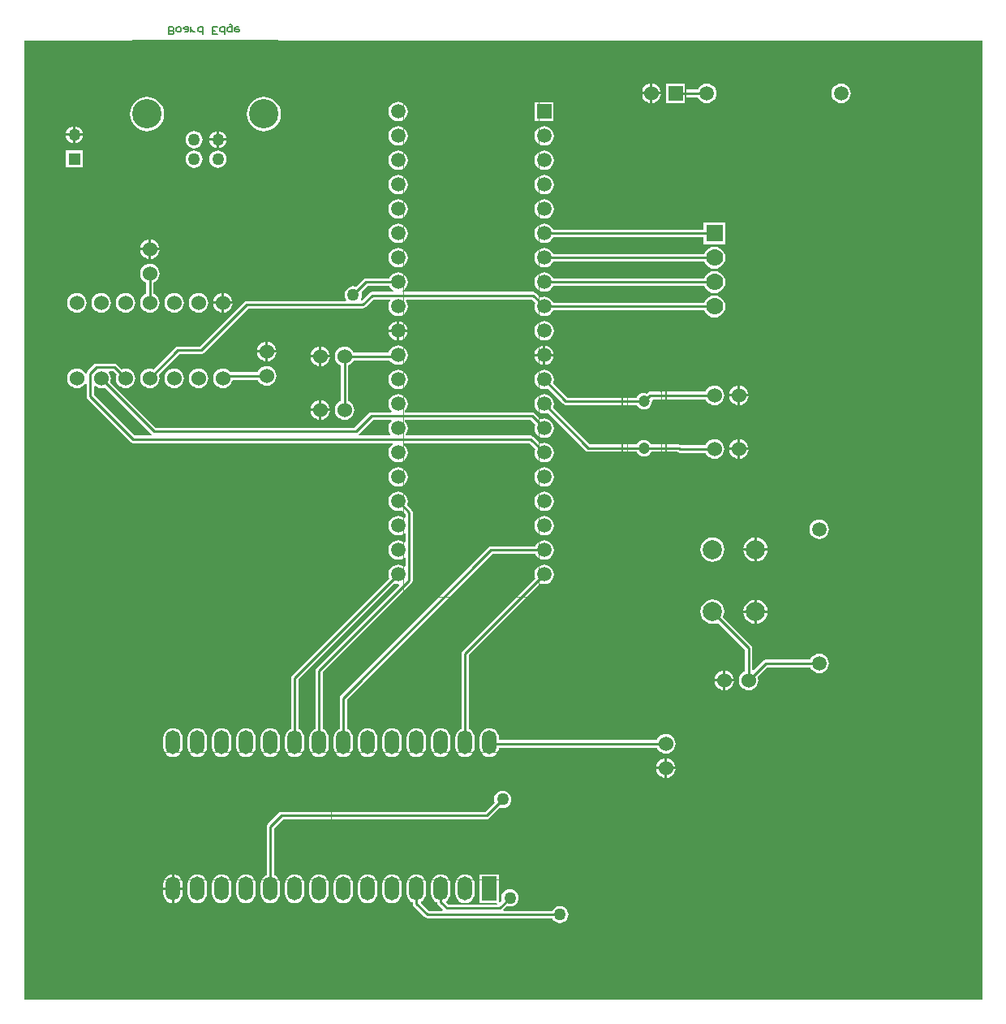
<source format=gbl>
G04 Layer_Physical_Order=2*
G04 Layer_Color=11436288*
%FSLAX25Y25*%
%MOIN*%
G70*
G01*
G75*
%ADD10C,0.01000*%
%ADD11C,0.00500*%
%ADD12C,0.00394*%
%ADD13C,0.00200*%
%ADD14C,0.00600*%
%ADD15C,0.06000*%
%ADD16C,0.05906*%
%ADD17R,0.05906X0.05906*%
%ADD18C,0.07000*%
%ADD19R,0.07000X0.07000*%
%ADD20C,0.07874*%
%ADD21C,0.05000*%
%ADD22R,0.05000X0.05000*%
%ADD23R,0.06000X0.06000*%
%ADD24C,0.04724*%
%ADD25R,0.05906X0.09843*%
%ADD26O,0.05906X0.09843*%
%ADD27C,0.12000*%
G36*
X100000Y100000D02*
X493701D01*
Y493701D01*
X100000D01*
Y100000D01*
D02*
G37*
%LPC*%
G36*
X313701Y298487D02*
X314733Y298351D01*
X315694Y297953D01*
X316520Y297319D01*
X317154Y296493D01*
X317552Y295532D01*
X317688Y294500D01*
X317552Y293468D01*
X317154Y292507D01*
X316520Y291681D01*
X315694Y291047D01*
X314733Y290649D01*
X313701Y290513D01*
X312669Y290649D01*
X311707Y291047D01*
X310882Y291681D01*
X310248Y292507D01*
X309850Y293468D01*
X309714Y294500D01*
X309850Y295532D01*
X310248Y296493D01*
X310882Y297319D01*
X311707Y297953D01*
X312669Y298351D01*
X313701Y298487D01*
D02*
G37*
G36*
Y308487D02*
X314733Y308351D01*
X315694Y307953D01*
X316520Y307319D01*
X317154Y306493D01*
X317552Y305532D01*
X317688Y304500D01*
X317552Y303468D01*
X317154Y302507D01*
X316520Y301681D01*
X315694Y301047D01*
X314733Y300649D01*
X313701Y300513D01*
X312669Y300649D01*
X311707Y301047D01*
X310882Y301681D01*
X310248Y302507D01*
X309850Y303468D01*
X309714Y304500D01*
X309850Y305532D01*
X310248Y306493D01*
X310882Y307319D01*
X311707Y307953D01*
X312669Y308351D01*
X313701Y308487D01*
D02*
G37*
G36*
X400059Y289709D02*
Y285295D01*
X395645D01*
X395749Y286084D01*
X396247Y287285D01*
X397038Y288316D01*
X398069Y289108D01*
X399270Y289605D01*
X400059Y289709D01*
D02*
G37*
G36*
X426701Y297105D02*
X427733Y296969D01*
X428694Y296571D01*
X429520Y295937D01*
X430154Y295112D01*
X430552Y294150D01*
X430688Y293118D01*
X430552Y292086D01*
X430154Y291125D01*
X429520Y290299D01*
X428694Y289666D01*
X427733Y289267D01*
X426701Y289131D01*
X425669Y289267D01*
X424707Y289666D01*
X423882Y290299D01*
X423248Y291125D01*
X422850Y292086D01*
X422714Y293118D01*
X422850Y294150D01*
X423248Y295112D01*
X423882Y295937D01*
X424707Y296571D01*
X425669Y296969D01*
X426701Y297105D01*
D02*
G37*
G36*
X253701Y318487D02*
X254733Y318351D01*
X255694Y317953D01*
X256520Y317319D01*
X257154Y316493D01*
X257552Y315532D01*
X257688Y314500D01*
X257552Y313468D01*
X257154Y312507D01*
X256520Y311681D01*
X255694Y311047D01*
X254733Y310649D01*
X253701Y310513D01*
X252669Y310649D01*
X251707Y311047D01*
X250882Y311681D01*
X250248Y312507D01*
X249850Y313468D01*
X249714Y314500D01*
X249850Y315532D01*
X250248Y316493D01*
X250882Y317319D01*
X251707Y317953D01*
X252669Y318351D01*
X253701Y318487D01*
D02*
G37*
G36*
X394201Y325500D02*
X397670D01*
X397598Y324956D01*
X397195Y323983D01*
X396554Y323147D01*
X395718Y322506D01*
X394745Y322103D01*
X394201Y322031D01*
Y325500D01*
D02*
G37*
G36*
X253701Y308487D02*
X254733Y308351D01*
X255694Y307953D01*
X256520Y307319D01*
X257154Y306493D01*
X257552Y305532D01*
X257688Y304500D01*
X257552Y303468D01*
X257360Y303004D01*
X259282Y301081D01*
X259614Y300585D01*
X259730Y300000D01*
Y272000D01*
X259614Y271415D01*
X259282Y270919D01*
X222730Y234366D01*
Y211113D01*
X223194Y210921D01*
X224020Y210288D01*
X224654Y209462D01*
X225052Y208500D01*
X225188Y207469D01*
Y203532D01*
X225052Y202500D01*
X224654Y201538D01*
X224020Y200712D01*
X223194Y200079D01*
X222233Y199680D01*
X221201Y199545D01*
X220169Y199680D01*
X219207Y200079D01*
X218382Y200712D01*
X217748Y201538D01*
X217350Y202500D01*
X217214Y203532D01*
Y207469D01*
X217350Y208500D01*
X217748Y209462D01*
X218382Y210288D01*
X219207Y210921D01*
X219671Y211113D01*
Y235000D01*
X219788Y235585D01*
X220119Y236081D01*
X254130Y270092D01*
X253909Y270540D01*
X253701Y270513D01*
X252669Y270649D01*
X252205Y270841D01*
X212730Y231366D01*
Y211113D01*
X213194Y210921D01*
X214020Y210288D01*
X214653Y209462D01*
X215052Y208500D01*
X215188Y207469D01*
Y203532D01*
X215052Y202500D01*
X214653Y201538D01*
X214020Y200712D01*
X213194Y200079D01*
X212233Y199680D01*
X211201Y199545D01*
X210169Y199680D01*
X209207Y200079D01*
X208382Y200712D01*
X207748Y201538D01*
X207350Y202500D01*
X207214Y203532D01*
Y207469D01*
X207350Y208500D01*
X207748Y209462D01*
X208382Y210288D01*
X209207Y210921D01*
X209671Y211113D01*
Y232000D01*
X209788Y232585D01*
X210119Y233081D01*
X250042Y273004D01*
X249850Y273468D01*
X249714Y274500D01*
X249850Y275532D01*
X250248Y276493D01*
X250882Y277319D01*
X251707Y277953D01*
X252669Y278351D01*
X253701Y278487D01*
X254733Y278351D01*
X255694Y277953D01*
X256171Y277587D01*
X256671Y277833D01*
Y281167D01*
X256171Y281413D01*
X255694Y281047D01*
X254733Y280649D01*
X253701Y280513D01*
X252669Y280649D01*
X251707Y281047D01*
X250882Y281681D01*
X250248Y282507D01*
X249850Y283468D01*
X249714Y284500D01*
X249850Y285532D01*
X250248Y286493D01*
X250882Y287319D01*
X251707Y287953D01*
X252669Y288351D01*
X253701Y288487D01*
X254733Y288351D01*
X255694Y287953D01*
X256171Y287587D01*
X256671Y287833D01*
Y291167D01*
X256171Y291413D01*
X255694Y291047D01*
X254733Y290649D01*
X253701Y290513D01*
X252669Y290649D01*
X251707Y291047D01*
X250882Y291681D01*
X250248Y292507D01*
X249850Y293468D01*
X249714Y294500D01*
X249850Y295532D01*
X250248Y296493D01*
X250882Y297319D01*
X251707Y297953D01*
X252669Y298351D01*
X253701Y298487D01*
X254733Y298351D01*
X255694Y297953D01*
X256171Y297587D01*
X256671Y297833D01*
Y299366D01*
X255197Y300841D01*
X254733Y300649D01*
X253701Y300513D01*
X252669Y300649D01*
X251707Y301047D01*
X250882Y301681D01*
X250248Y302507D01*
X249850Y303468D01*
X249714Y304500D01*
X249850Y305532D01*
X250248Y306493D01*
X250882Y307319D01*
X251707Y307953D01*
X252669Y308351D01*
X253701Y308487D01*
D02*
G37*
G36*
X313701Y318487D02*
X314733Y318351D01*
X315694Y317953D01*
X316520Y317319D01*
X317154Y316493D01*
X317552Y315532D01*
X317688Y314500D01*
X317552Y313468D01*
X317154Y312507D01*
X316520Y311681D01*
X315694Y311047D01*
X314733Y310649D01*
X313701Y310513D01*
X312669Y310649D01*
X311707Y311047D01*
X310882Y311681D01*
X310248Y312507D01*
X309850Y313468D01*
X309714Y314500D01*
X309850Y315532D01*
X310248Y316493D01*
X310882Y317319D01*
X311707Y317953D01*
X312669Y318351D01*
X313701Y318487D01*
D02*
G37*
G36*
X401059Y289709D02*
X401848Y289605D01*
X403049Y289108D01*
X404080Y288316D01*
X404872Y287285D01*
X405369Y286084D01*
X405473Y285295D01*
X401059D01*
Y289709D01*
D02*
G37*
G36*
X395645Y258705D02*
X400059D01*
Y254291D01*
X399270Y254395D01*
X398069Y254892D01*
X397038Y255684D01*
X396247Y256715D01*
X395749Y257916D01*
X395645Y258705D01*
D02*
G37*
G36*
X401059Y264119D02*
X401848Y264015D01*
X403049Y263517D01*
X404080Y262726D01*
X404872Y261695D01*
X405369Y260494D01*
X405473Y259705D01*
X401059D01*
Y264119D01*
D02*
G37*
G36*
X382843Y264184D02*
X384131Y264015D01*
X385332Y263517D01*
X386364Y262726D01*
X387155Y261695D01*
X387652Y260494D01*
X387822Y259205D01*
X387652Y257916D01*
X387255Y256956D01*
X398782Y245428D01*
X399114Y244932D01*
X399230Y244347D01*
Y235399D01*
X399730Y235192D01*
X403619Y239081D01*
X404115Y239413D01*
X404701Y239529D01*
X423056D01*
X423248Y239993D01*
X423882Y240819D01*
X424707Y241453D01*
X425669Y241851D01*
X426701Y241987D01*
X427733Y241851D01*
X428694Y241453D01*
X429520Y240819D01*
X430154Y239993D01*
X430552Y239032D01*
X430688Y238000D01*
X430552Y236968D01*
X430154Y236007D01*
X429520Y235181D01*
X428694Y234547D01*
X427733Y234149D01*
X426701Y234013D01*
X425669Y234149D01*
X424707Y234547D01*
X423882Y235181D01*
X423248Y236007D01*
X423056Y236471D01*
X405334D01*
X401396Y232532D01*
X401598Y232044D01*
X401735Y231000D01*
X401598Y229956D01*
X401195Y228983D01*
X400554Y228147D01*
X399718Y227506D01*
X398745Y227103D01*
X397701Y226965D01*
X396657Y227103D01*
X395684Y227506D01*
X394848Y228147D01*
X394207Y228983D01*
X393804Y229956D01*
X393666Y231000D01*
X393804Y232044D01*
X394207Y233017D01*
X394848Y233853D01*
X395684Y234494D01*
X396171Y234696D01*
Y243713D01*
X385092Y254793D01*
X384131Y254395D01*
X382843Y254225D01*
X381554Y254395D01*
X380353Y254892D01*
X379322Y255684D01*
X378530Y256715D01*
X378033Y257916D01*
X377863Y259205D01*
X378033Y260494D01*
X378530Y261695D01*
X379322Y262726D01*
X380353Y263517D01*
X381554Y264015D01*
X382843Y264184D01*
D02*
G37*
G36*
X401059Y258705D02*
X405473D01*
X405369Y257916D01*
X404872Y256715D01*
X404080Y255684D01*
X403049Y254892D01*
X401848Y254395D01*
X401059Y254291D01*
Y258705D01*
D02*
G37*
G36*
Y284295D02*
X405473D01*
X405369Y283506D01*
X404872Y282305D01*
X404080Y281274D01*
X403049Y280483D01*
X401848Y279985D01*
X401059Y279881D01*
Y284295D01*
D02*
G37*
G36*
X395645D02*
X400059D01*
Y279881D01*
X399270Y279985D01*
X398069Y280483D01*
X397038Y281274D01*
X396247Y282305D01*
X395749Y283506D01*
X395645Y284295D01*
D02*
G37*
G36*
X400059Y264119D02*
Y259705D01*
X395645D01*
X395749Y260494D01*
X396247Y261695D01*
X397038Y262726D01*
X398069Y263517D01*
X399270Y264015D01*
X400059Y264119D01*
D02*
G37*
G36*
X382843Y289775D02*
X384131Y289605D01*
X385332Y289108D01*
X386364Y288316D01*
X387155Y287285D01*
X387652Y286084D01*
X387822Y284795D01*
X387652Y283506D01*
X387155Y282305D01*
X386364Y281274D01*
X385332Y280483D01*
X384131Y279985D01*
X382843Y279816D01*
X381554Y279985D01*
X380353Y280483D01*
X379322Y281274D01*
X378530Y282305D01*
X378033Y283506D01*
X377863Y284795D01*
X378033Y286084D01*
X378530Y287285D01*
X379322Y288316D01*
X380353Y289108D01*
X381554Y289605D01*
X382843Y289775D01*
D02*
G37*
G36*
X313701Y358487D02*
X314733Y358351D01*
X315694Y357953D01*
X316520Y357319D01*
X317154Y356493D01*
X317552Y355532D01*
X317688Y354500D01*
X317552Y353468D01*
X317360Y353004D01*
X323228Y347136D01*
X351695D01*
X351764Y347302D01*
X352303Y348004D01*
X353005Y348543D01*
X353823Y348882D01*
X354701Y348998D01*
X355578Y348882D01*
X355745Y348813D01*
X356013Y349081D01*
X356509Y349413D01*
X357094Y349529D01*
X380005D01*
X380207Y350017D01*
X380848Y350853D01*
X381683Y351494D01*
X382657Y351897D01*
X383701Y352034D01*
X384745Y351897D01*
X385718Y351494D01*
X386554Y350853D01*
X387195Y350017D01*
X387598Y349044D01*
X387735Y348000D01*
X387598Y346956D01*
X387195Y345983D01*
X386554Y345147D01*
X385718Y344506D01*
X384745Y344103D01*
X383701Y343966D01*
X382657Y344103D01*
X381683Y344506D01*
X380848Y345147D01*
X380207Y345983D01*
X380005Y346471D01*
X358357D01*
X358028Y346095D01*
X358092Y345606D01*
X357976Y344729D01*
X357638Y343911D01*
X357099Y343208D01*
X356396Y342670D01*
X355578Y342331D01*
X354701Y342215D01*
X353823Y342331D01*
X353005Y342670D01*
X352303Y343208D01*
X351764Y343911D01*
X351695Y344077D01*
X322594D01*
X322009Y344193D01*
X321513Y344525D01*
X315197Y350841D01*
X314733Y350649D01*
X313701Y350513D01*
X312669Y350649D01*
X311707Y351047D01*
X310882Y351681D01*
X310248Y352507D01*
X309850Y353468D01*
X309714Y354500D01*
X309850Y355532D01*
X310248Y356493D01*
X310882Y357319D01*
X311707Y357953D01*
X312669Y358351D01*
X313701Y358487D01*
D02*
G37*
G36*
X394201Y351969D02*
X394745Y351897D01*
X395718Y351494D01*
X396554Y350853D01*
X397195Y350017D01*
X397598Y349044D01*
X397670Y348500D01*
X394201D01*
Y351969D01*
D02*
G37*
G36*
Y347500D02*
X397670D01*
X397598Y346956D01*
X397195Y345983D01*
X396554Y345147D01*
X395718Y344506D01*
X394745Y344103D01*
X394201Y344031D01*
Y347500D01*
D02*
G37*
G36*
X389732D02*
X393201D01*
Y344031D01*
X392657Y344103D01*
X391684Y344506D01*
X390848Y345147D01*
X390207Y345983D01*
X389804Y346956D01*
X389732Y347500D01*
D02*
G37*
G36*
X199701Y360034D02*
X200745Y359897D01*
X201718Y359494D01*
X202554Y358853D01*
X203195Y358017D01*
X203598Y357044D01*
X203735Y356000D01*
X203598Y354956D01*
X203195Y353983D01*
X202554Y353147D01*
X201718Y352506D01*
X200745Y352103D01*
X199701Y351965D01*
X198657Y352103D01*
X197684Y352506D01*
X196848Y353147D01*
X196207Y353983D01*
X196005Y354471D01*
X185666D01*
X185598Y353956D01*
X185195Y352983D01*
X184554Y352147D01*
X183718Y351506D01*
X182745Y351103D01*
X181701Y350965D01*
X180657Y351103D01*
X179683Y351506D01*
X178848Y352147D01*
X178207Y352983D01*
X177804Y353956D01*
X177666Y355000D01*
X177804Y356044D01*
X178207Y357017D01*
X178848Y357853D01*
X179683Y358494D01*
X180657Y358897D01*
X181701Y359034D01*
X182745Y358897D01*
X183718Y358494D01*
X184554Y357853D01*
X184802Y357529D01*
X196005D01*
X196207Y358017D01*
X196848Y358853D01*
X197684Y359494D01*
X198657Y359897D01*
X199701Y360034D01*
D02*
G37*
G36*
X171701Y359034D02*
X172745Y358897D01*
X173718Y358494D01*
X174554Y357853D01*
X175195Y357017D01*
X175598Y356044D01*
X175735Y355000D01*
X175598Y353956D01*
X175195Y352983D01*
X174554Y352147D01*
X173718Y351506D01*
X172745Y351103D01*
X171701Y350965D01*
X170657Y351103D01*
X169684Y351506D01*
X168848Y352147D01*
X168207Y352983D01*
X167804Y353956D01*
X167666Y355000D01*
X167804Y356044D01*
X168207Y357017D01*
X168848Y357853D01*
X169684Y358494D01*
X170657Y358897D01*
X171701Y359034D01*
D02*
G37*
G36*
X393201Y351969D02*
Y348500D01*
X389732D01*
X389804Y349044D01*
X390207Y350017D01*
X390848Y350853D01*
X391684Y351494D01*
X392657Y351897D01*
X393201Y351969D01*
D02*
G37*
G36*
X253701Y358487D02*
X254733Y358351D01*
X255694Y357953D01*
X256520Y357319D01*
X257154Y356493D01*
X257552Y355532D01*
X257688Y354500D01*
X257552Y353468D01*
X257154Y352507D01*
X256520Y351681D01*
X255694Y351047D01*
X254733Y350649D01*
X253701Y350513D01*
X252669Y350649D01*
X251707Y351047D01*
X250882Y351681D01*
X250248Y352507D01*
X249850Y353468D01*
X249714Y354500D01*
X249850Y355532D01*
X250248Y356493D01*
X250882Y357319D01*
X251707Y357953D01*
X252669Y358351D01*
X253701Y358487D01*
D02*
G37*
G36*
X221201Y345969D02*
Y342500D01*
X217732D01*
X217804Y343044D01*
X218207Y344017D01*
X218848Y344853D01*
X219684Y345494D01*
X220657Y345897D01*
X221201Y345969D01*
D02*
G37*
G36*
X393201Y329969D02*
Y326500D01*
X389732D01*
X389804Y327044D01*
X390207Y328017D01*
X390848Y328853D01*
X391684Y329494D01*
X392657Y329897D01*
X393201Y329969D01*
D02*
G37*
G36*
X253701Y368487D02*
X254733Y368351D01*
X255694Y367953D01*
X256520Y367319D01*
X257154Y366493D01*
X257552Y365532D01*
X257688Y364500D01*
X257552Y363468D01*
X257154Y362507D01*
X256520Y361681D01*
X255694Y361047D01*
X254733Y360649D01*
X253701Y360513D01*
X252669Y360649D01*
X251707Y361047D01*
X250882Y361681D01*
X250276Y362471D01*
X235397D01*
X235195Y361983D01*
X234554Y361147D01*
X233718Y360506D01*
X233230Y360304D01*
Y345696D01*
X233718Y345494D01*
X234554Y344853D01*
X235195Y344017D01*
X235598Y343044D01*
X235735Y342000D01*
X235598Y340956D01*
X235195Y339983D01*
X234554Y339147D01*
X233718Y338506D01*
X232745Y338103D01*
X231701Y337965D01*
X230657Y338103D01*
X229683Y338506D01*
X228848Y339147D01*
X228207Y339983D01*
X227804Y340956D01*
X227666Y342000D01*
X227804Y343044D01*
X228207Y344017D01*
X228848Y344853D01*
X229683Y345494D01*
X230171Y345696D01*
Y360304D01*
X229683Y360506D01*
X228848Y361147D01*
X228207Y361983D01*
X227804Y362956D01*
X227666Y364000D01*
X227804Y365044D01*
X228207Y366017D01*
X228848Y366853D01*
X229683Y367494D01*
X230657Y367897D01*
X231701Y368035D01*
X232745Y367897D01*
X233718Y367494D01*
X234554Y366853D01*
X235195Y366017D01*
X235397Y365529D01*
X249849D01*
X249850Y365532D01*
X250248Y366493D01*
X250882Y367319D01*
X251707Y367953D01*
X252669Y368351D01*
X253701Y368487D01*
D02*
G37*
G36*
X389732Y325500D02*
X393201D01*
Y322031D01*
X392657Y322103D01*
X391684Y322506D01*
X390848Y323147D01*
X390207Y323983D01*
X389804Y324956D01*
X389732Y325500D01*
D02*
G37*
G36*
X394201Y329969D02*
X394745Y329897D01*
X395718Y329494D01*
X396554Y328853D01*
X397195Y328017D01*
X397598Y327044D01*
X397670Y326500D01*
X394201D01*
Y329969D01*
D02*
G37*
G36*
X313701Y348487D02*
X314733Y348351D01*
X315694Y347953D01*
X316520Y347319D01*
X317154Y346493D01*
X317552Y345532D01*
X317688Y344500D01*
X317552Y343468D01*
X317360Y343004D01*
X332440Y327923D01*
X351695D01*
X351764Y328089D01*
X352303Y328792D01*
X353005Y329331D01*
X353823Y329669D01*
X354701Y329785D01*
X355578Y329669D01*
X356396Y329331D01*
X357099Y328792D01*
X357638Y328089D01*
X357706Y327923D01*
X369007D01*
X369592Y327807D01*
X370007Y327529D01*
X380005D01*
X380207Y328017D01*
X380848Y328853D01*
X381683Y329494D01*
X382657Y329897D01*
X383701Y330034D01*
X384745Y329897D01*
X385718Y329494D01*
X386554Y328853D01*
X387195Y328017D01*
X387598Y327044D01*
X387735Y326000D01*
X387598Y324956D01*
X387195Y323983D01*
X386554Y323147D01*
X385718Y322506D01*
X384745Y322103D01*
X383701Y321966D01*
X382657Y322103D01*
X381683Y322506D01*
X380848Y323147D01*
X380207Y323983D01*
X380005Y324471D01*
X369401D01*
X368815Y324587D01*
X368400Y324864D01*
X357706D01*
X357638Y324698D01*
X357099Y323996D01*
X356396Y323457D01*
X355578Y323118D01*
X354701Y323003D01*
X353823Y323118D01*
X353005Y323457D01*
X352303Y323996D01*
X351764Y324698D01*
X351695Y324864D01*
X331807D01*
X331222Y324981D01*
X330726Y325312D01*
X315197Y340841D01*
X314733Y340649D01*
X313701Y340513D01*
X312669Y340649D01*
X311707Y341047D01*
X310882Y341681D01*
X310248Y342507D01*
X309850Y343468D01*
X309714Y344500D01*
X309850Y345532D01*
X310248Y346493D01*
X310882Y347319D01*
X311707Y347953D01*
X312669Y348351D01*
X313701Y348487D01*
D02*
G37*
G36*
X222201Y345969D02*
X222745Y345897D01*
X223718Y345494D01*
X224554Y344853D01*
X225195Y344017D01*
X225598Y343044D01*
X225670Y342500D01*
X222201D01*
Y345969D01*
D02*
G37*
G36*
Y341500D02*
X225670D01*
X225598Y340956D01*
X225195Y339983D01*
X224554Y339147D01*
X223718Y338506D01*
X222745Y338103D01*
X222201Y338031D01*
Y341500D01*
D02*
G37*
G36*
X217732D02*
X221201D01*
Y338031D01*
X220657Y338103D01*
X219684Y338506D01*
X218848Y339147D01*
X218207Y339983D01*
X217804Y340956D01*
X217732Y341500D01*
D02*
G37*
G36*
X387201Y234969D02*
Y231500D01*
X383732D01*
X383804Y232044D01*
X384207Y233017D01*
X384848Y233853D01*
X385683Y234494D01*
X386657Y234897D01*
X387201Y234969D01*
D02*
G37*
G36*
X161701Y145000D02*
X165188D01*
Y143532D01*
X165052Y142500D01*
X164654Y141538D01*
X164020Y140712D01*
X163194Y140079D01*
X162233Y139681D01*
X161701Y139611D01*
Y145000D01*
D02*
G37*
G36*
X157214D02*
X160701D01*
Y139611D01*
X160169Y139681D01*
X159207Y140079D01*
X158382Y140712D01*
X157748Y141538D01*
X157350Y142500D01*
X157214Y143532D01*
Y145000D01*
D02*
G37*
G36*
X181201Y151455D02*
X182233Y151320D01*
X183194Y150921D01*
X184020Y150288D01*
X184653Y149462D01*
X185052Y148500D01*
X185188Y147468D01*
Y143532D01*
X185052Y142500D01*
X184653Y141538D01*
X184020Y140712D01*
X183194Y140079D01*
X182233Y139681D01*
X181201Y139545D01*
X180169Y139681D01*
X179207Y140079D01*
X178382Y140712D01*
X177748Y141538D01*
X177350Y142500D01*
X177214Y143532D01*
Y147468D01*
X177350Y148500D01*
X177748Y149462D01*
X178382Y150288D01*
X179207Y150921D01*
X180169Y151320D01*
X181201Y151455D01*
D02*
G37*
G36*
X171201D02*
X172233Y151320D01*
X173194Y150921D01*
X174020Y150288D01*
X174653Y149462D01*
X175052Y148500D01*
X175188Y147468D01*
Y143532D01*
X175052Y142500D01*
X174653Y141538D01*
X174020Y140712D01*
X173194Y140079D01*
X172233Y139681D01*
X171201Y139545D01*
X170169Y139681D01*
X169207Y140079D01*
X168382Y140712D01*
X167748Y141538D01*
X167350Y142500D01*
X167214Y143532D01*
Y147468D01*
X167350Y148500D01*
X167748Y149462D01*
X168382Y150288D01*
X169207Y150921D01*
X170169Y151320D01*
X171201Y151455D01*
D02*
G37*
G36*
X364201Y194500D02*
X367670D01*
X367598Y193956D01*
X367195Y192983D01*
X366554Y192147D01*
X365718Y191506D01*
X364745Y191103D01*
X364201Y191031D01*
Y194500D01*
D02*
G37*
G36*
X359732D02*
X363201D01*
Y191031D01*
X362657Y191103D01*
X361684Y191506D01*
X360848Y192147D01*
X360207Y192983D01*
X359804Y193956D01*
X359732Y194500D01*
D02*
G37*
G36*
X161701Y151390D02*
X162233Y151320D01*
X163194Y150921D01*
X164020Y150288D01*
X164654Y149462D01*
X165052Y148500D01*
X165188Y147468D01*
Y146000D01*
X161701D01*
Y151390D01*
D02*
G37*
G36*
X160701D02*
Y146000D01*
X157214D01*
Y147468D01*
X157350Y148500D01*
X157748Y149462D01*
X158382Y150288D01*
X159207Y150921D01*
X160169Y151320D01*
X160701Y151390D01*
D02*
G37*
G36*
X191201Y151455D02*
X192233Y151320D01*
X193194Y150921D01*
X194020Y150288D01*
X194653Y149462D01*
X195052Y148500D01*
X195188Y147468D01*
Y143532D01*
X195052Y142500D01*
X194653Y141538D01*
X194020Y140712D01*
X193194Y140079D01*
X192233Y139681D01*
X191201Y139545D01*
X190169Y139681D01*
X189207Y140079D01*
X188382Y140712D01*
X187748Y141538D01*
X187350Y142500D01*
X187214Y143532D01*
Y147468D01*
X187350Y148500D01*
X187748Y149462D01*
X188382Y150288D01*
X189207Y150921D01*
X190169Y151320D01*
X191201Y151455D01*
D02*
G37*
G36*
X251201D02*
X252233Y151320D01*
X253194Y150921D01*
X254020Y150288D01*
X254654Y149462D01*
X255052Y148500D01*
X255188Y147468D01*
Y143532D01*
X255052Y142500D01*
X254654Y141538D01*
X254020Y140712D01*
X253194Y140079D01*
X252233Y139681D01*
X251201Y139545D01*
X250169Y139681D01*
X249207Y140079D01*
X248382Y140712D01*
X247748Y141538D01*
X247350Y142500D01*
X247214Y143532D01*
Y147468D01*
X247350Y148500D01*
X247748Y149462D01*
X248382Y150288D01*
X249207Y150921D01*
X250169Y151320D01*
X251201Y151455D01*
D02*
G37*
G36*
X241201D02*
X242233Y151320D01*
X243194Y150921D01*
X244020Y150288D01*
X244654Y149462D01*
X245052Y148500D01*
X245188Y147468D01*
Y143532D01*
X245052Y142500D01*
X244654Y141538D01*
X244020Y140712D01*
X243194Y140079D01*
X242233Y139681D01*
X241201Y139545D01*
X240169Y139681D01*
X239207Y140079D01*
X238382Y140712D01*
X237748Y141538D01*
X237350Y142500D01*
X237214Y143532D01*
Y147468D01*
X237350Y148500D01*
X237748Y149462D01*
X238382Y150288D01*
X239207Y150921D01*
X240169Y151320D01*
X241201Y151455D01*
D02*
G37*
G36*
X261201D02*
X262233Y151320D01*
X263194Y150921D01*
X264020Y150288D01*
X264653Y149462D01*
X265052Y148500D01*
X265188Y147468D01*
Y143532D01*
X265052Y142500D01*
X264653Y141538D01*
X264020Y140712D01*
X263306Y140165D01*
X263170Y139594D01*
X266334Y136429D01*
X271955D01*
X272147Y136891D01*
X270119Y138919D01*
X269788Y139415D01*
X269769Y139512D01*
X269696Y139876D01*
X269207Y140079D01*
X268382Y140712D01*
X267748Y141538D01*
X267350Y142500D01*
X267214Y143532D01*
Y147468D01*
X267350Y148500D01*
X267748Y149462D01*
X268382Y150288D01*
X269207Y150921D01*
X270169Y151320D01*
X271201Y151455D01*
X272233Y151320D01*
X273194Y150921D01*
X274020Y150288D01*
X274654Y149462D01*
X275052Y148500D01*
X275188Y147468D01*
Y143532D01*
X275052Y142500D01*
X274654Y141538D01*
X274020Y140712D01*
X273546Y140349D01*
X273514Y139850D01*
X274334Y139029D01*
X294296D01*
X294329Y139079D01*
X294062Y139579D01*
X287248D01*
Y151421D01*
X295153D01*
Y140123D01*
X295654Y139916D01*
X296389Y140651D01*
X296291Y140886D01*
X296171Y141800D01*
X296291Y142714D01*
X296643Y143565D01*
X297205Y144296D01*
X297936Y144857D01*
X298787Y145210D01*
X299701Y145330D01*
X300615Y145210D01*
X301466Y144857D01*
X302197Y144296D01*
X302758Y143565D01*
X303111Y142714D01*
X303231Y141800D01*
X303111Y140886D01*
X302758Y140035D01*
X302197Y139304D01*
X301466Y138743D01*
X300615Y138390D01*
X299701Y138270D01*
X298787Y138390D01*
X298551Y138488D01*
X296955Y136891D01*
X297146Y136429D01*
X317046D01*
X317144Y136665D01*
X317705Y137396D01*
X318436Y137957D01*
X319287Y138310D01*
X320201Y138430D01*
X321114Y138310D01*
X321966Y137957D01*
X322697Y137396D01*
X323258Y136665D01*
X323611Y135814D01*
X323731Y134900D01*
X323611Y133986D01*
X323258Y133135D01*
X322697Y132404D01*
X321966Y131843D01*
X321114Y131490D01*
X320201Y131370D01*
X319287Y131490D01*
X318436Y131843D01*
X317705Y132404D01*
X317144Y133135D01*
X317046Y133371D01*
X265701D01*
X265115Y133487D01*
X264619Y133819D01*
X260119Y138319D01*
X259788Y138815D01*
X259671Y139400D01*
Y139887D01*
X259207Y140079D01*
X258382Y140712D01*
X257748Y141538D01*
X257350Y142500D01*
X257214Y143532D01*
Y147468D01*
X257350Y148500D01*
X257748Y149462D01*
X258382Y150288D01*
X259207Y150921D01*
X260169Y151320D01*
X261201Y151455D01*
D02*
G37*
G36*
X281201D02*
X282233Y151320D01*
X283194Y150921D01*
X284020Y150288D01*
X284653Y149462D01*
X285052Y148500D01*
X285188Y147468D01*
Y143532D01*
X285052Y142500D01*
X284653Y141538D01*
X284020Y140712D01*
X283194Y140079D01*
X282233Y139681D01*
X281201Y139545D01*
X280169Y139681D01*
X279207Y140079D01*
X278382Y140712D01*
X277748Y141538D01*
X277350Y142500D01*
X277214Y143532D01*
Y147468D01*
X277350Y148500D01*
X277748Y149462D01*
X278382Y150288D01*
X279207Y150921D01*
X280169Y151320D01*
X281201Y151455D01*
D02*
G37*
G36*
X211201D02*
X212233Y151320D01*
X213194Y150921D01*
X214020Y150288D01*
X214653Y149462D01*
X215052Y148500D01*
X215188Y147468D01*
Y143532D01*
X215052Y142500D01*
X214653Y141538D01*
X214020Y140712D01*
X213194Y140079D01*
X212233Y139681D01*
X211201Y139545D01*
X210169Y139681D01*
X209207Y140079D01*
X208382Y140712D01*
X207748Y141538D01*
X207350Y142500D01*
X207214Y143532D01*
Y147468D01*
X207350Y148500D01*
X207748Y149462D01*
X208382Y150288D01*
X209207Y150921D01*
X210169Y151320D01*
X211201Y151455D01*
D02*
G37*
G36*
X296701Y185730D02*
X297615Y185610D01*
X298466Y185257D01*
X299197Y184696D01*
X299758Y183965D01*
X300111Y183114D01*
X300231Y182200D01*
X300111Y181286D01*
X299758Y180435D01*
X299197Y179704D01*
X298466Y179143D01*
X297615Y178790D01*
X296701Y178670D01*
X295787Y178790D01*
X295551Y178888D01*
X291082Y174419D01*
X290586Y174087D01*
X290001Y173971D01*
X206334D01*
X202730Y170367D01*
Y151113D01*
X203194Y150921D01*
X204020Y150288D01*
X204654Y149462D01*
X205052Y148500D01*
X205188Y147468D01*
Y143532D01*
X205052Y142500D01*
X204654Y141538D01*
X204020Y140712D01*
X203194Y140079D01*
X202233Y139681D01*
X201201Y139545D01*
X200169Y139681D01*
X199207Y140079D01*
X198382Y140712D01*
X197748Y141538D01*
X197350Y142500D01*
X197214Y143532D01*
Y147468D01*
X197350Y148500D01*
X197748Y149462D01*
X198382Y150288D01*
X199207Y150921D01*
X199671Y151113D01*
Y171000D01*
X199788Y171585D01*
X200119Y172081D01*
X204619Y176581D01*
X205116Y176913D01*
X205701Y177029D01*
X289367D01*
X293389Y181051D01*
X293291Y181286D01*
X293171Y182200D01*
X293291Y183114D01*
X293643Y183965D01*
X294205Y184696D01*
X294936Y185257D01*
X295787Y185610D01*
X296701Y185730D01*
D02*
G37*
G36*
X231201Y151455D02*
X232233Y151320D01*
X233194Y150921D01*
X234020Y150288D01*
X234653Y149462D01*
X235052Y148500D01*
X235188Y147468D01*
Y143532D01*
X235052Y142500D01*
X234653Y141538D01*
X234020Y140712D01*
X233194Y140079D01*
X232233Y139681D01*
X231201Y139545D01*
X230169Y139681D01*
X229207Y140079D01*
X228382Y140712D01*
X227748Y141538D01*
X227350Y142500D01*
X227214Y143532D01*
Y147468D01*
X227350Y148500D01*
X227748Y149462D01*
X228382Y150288D01*
X229207Y150921D01*
X230169Y151320D01*
X231201Y151455D01*
D02*
G37*
G36*
X221201D02*
X222233Y151320D01*
X223194Y150921D01*
X224020Y150288D01*
X224654Y149462D01*
X225052Y148500D01*
X225188Y147468D01*
Y143532D01*
X225052Y142500D01*
X224654Y141538D01*
X224020Y140712D01*
X223194Y140079D01*
X222233Y139681D01*
X221201Y139545D01*
X220169Y139681D01*
X219207Y140079D01*
X218382Y140712D01*
X217748Y141538D01*
X217350Y142500D01*
X217214Y143532D01*
Y147468D01*
X217350Y148500D01*
X217748Y149462D01*
X218382Y150288D01*
X219207Y150921D01*
X220169Y151320D01*
X221201Y151455D01*
D02*
G37*
G36*
X171201Y211455D02*
X172233Y211319D01*
X173194Y210921D01*
X174020Y210288D01*
X174653Y209462D01*
X175052Y208500D01*
X175188Y207469D01*
Y203532D01*
X175052Y202500D01*
X174653Y201538D01*
X174020Y200712D01*
X173194Y200079D01*
X172233Y199680D01*
X171201Y199545D01*
X170169Y199680D01*
X169207Y200079D01*
X168382Y200712D01*
X167748Y201538D01*
X167350Y202500D01*
X167214Y203532D01*
Y207469D01*
X167350Y208500D01*
X167748Y209462D01*
X168382Y210288D01*
X169207Y210921D01*
X170169Y211319D01*
X171201Y211455D01*
D02*
G37*
G36*
X161201D02*
X162233Y211319D01*
X163194Y210921D01*
X164020Y210288D01*
X164654Y209462D01*
X165052Y208500D01*
X165188Y207469D01*
Y203532D01*
X165052Y202500D01*
X164654Y201538D01*
X164020Y200712D01*
X163194Y200079D01*
X162233Y199680D01*
X161201Y199545D01*
X160169Y199680D01*
X159207Y200079D01*
X158382Y200712D01*
X157748Y201538D01*
X157350Y202500D01*
X157214Y203532D01*
Y207469D01*
X157350Y208500D01*
X157748Y209462D01*
X158382Y210288D01*
X159207Y210921D01*
X160169Y211319D01*
X161201Y211455D01*
D02*
G37*
G36*
X191201D02*
X192233Y211319D01*
X193194Y210921D01*
X194020Y210288D01*
X194653Y209462D01*
X195052Y208500D01*
X195188Y207469D01*
Y203532D01*
X195052Y202500D01*
X194653Y201538D01*
X194020Y200712D01*
X193194Y200079D01*
X192233Y199680D01*
X191201Y199545D01*
X190169Y199680D01*
X189207Y200079D01*
X188382Y200712D01*
X187748Y201538D01*
X187350Y202500D01*
X187214Y203532D01*
Y207469D01*
X187350Y208500D01*
X187748Y209462D01*
X188382Y210288D01*
X189207Y210921D01*
X190169Y211319D01*
X191201Y211455D01*
D02*
G37*
G36*
X181201D02*
X182233Y211319D01*
X183194Y210921D01*
X184020Y210288D01*
X184653Y209462D01*
X185052Y208500D01*
X185188Y207469D01*
Y203532D01*
X185052Y202500D01*
X184653Y201538D01*
X184020Y200712D01*
X183194Y200079D01*
X182233Y199680D01*
X181201Y199545D01*
X180169Y199680D01*
X179207Y200079D01*
X178382Y200712D01*
X177748Y201538D01*
X177350Y202500D01*
X177214Y203532D01*
Y207469D01*
X177350Y208500D01*
X177748Y209462D01*
X178382Y210288D01*
X179207Y210921D01*
X180169Y211319D01*
X181201Y211455D01*
D02*
G37*
G36*
X383732Y230500D02*
X387201D01*
Y227031D01*
X386657Y227103D01*
X385683Y227506D01*
X384848Y228147D01*
X384207Y228983D01*
X383804Y229956D01*
X383732Y230500D01*
D02*
G37*
G36*
X388201Y234969D02*
X388745Y234897D01*
X389718Y234494D01*
X390554Y233853D01*
X391195Y233017D01*
X391598Y232044D01*
X391670Y231500D01*
X388201D01*
Y234969D01*
D02*
G37*
G36*
X291201Y211455D02*
X292233Y211319D01*
X293194Y210921D01*
X294020Y210288D01*
X294654Y209462D01*
X295052Y208500D01*
X295188Y207469D01*
Y206529D01*
X360005D01*
X360207Y207017D01*
X360848Y207853D01*
X361684Y208494D01*
X362657Y208897D01*
X363701Y209034D01*
X364745Y208897D01*
X365718Y208494D01*
X366554Y207853D01*
X367195Y207017D01*
X367598Y206044D01*
X367735Y205000D01*
X367598Y203956D01*
X367195Y202983D01*
X366554Y202147D01*
X365718Y201506D01*
X364745Y201103D01*
X363701Y200965D01*
X362657Y201103D01*
X361684Y201506D01*
X360848Y202147D01*
X360207Y202983D01*
X360005Y203471D01*
X295180D01*
X295052Y202500D01*
X294654Y201538D01*
X294020Y200712D01*
X293194Y200079D01*
X292233Y199680D01*
X291201Y199545D01*
X290169Y199680D01*
X289207Y200079D01*
X288382Y200712D01*
X287748Y201538D01*
X287350Y202500D01*
X287214Y203532D01*
Y207469D01*
X287350Y208500D01*
X287748Y209462D01*
X288382Y210288D01*
X289207Y210921D01*
X290169Y211319D01*
X291201Y211455D01*
D02*
G37*
G36*
X388201Y230500D02*
X391670D01*
X391598Y229956D01*
X391195Y228983D01*
X390554Y228147D01*
X389718Y227506D01*
X388745Y227103D01*
X388201Y227031D01*
Y230500D01*
D02*
G37*
G36*
X201201Y211455D02*
X202233Y211319D01*
X203194Y210921D01*
X204020Y210288D01*
X204654Y209462D01*
X205052Y208500D01*
X205188Y207469D01*
Y203532D01*
X205052Y202500D01*
X204654Y201538D01*
X204020Y200712D01*
X203194Y200079D01*
X202233Y199680D01*
X201201Y199545D01*
X200169Y199680D01*
X199207Y200079D01*
X198382Y200712D01*
X197748Y201538D01*
X197350Y202500D01*
X197214Y203532D01*
Y207469D01*
X197350Y208500D01*
X197748Y209462D01*
X198382Y210288D01*
X199207Y210921D01*
X200169Y211319D01*
X201201Y211455D01*
D02*
G37*
G36*
X313701Y278487D02*
X314733Y278351D01*
X315694Y277953D01*
X316520Y277319D01*
X317154Y276493D01*
X317552Y275532D01*
X317688Y274500D01*
X317552Y273468D01*
X317154Y272507D01*
X316520Y271681D01*
X315694Y271047D01*
X314733Y270649D01*
X313701Y270513D01*
X312669Y270649D01*
X312205Y270841D01*
X282730Y241367D01*
Y211113D01*
X283194Y210921D01*
X284020Y210288D01*
X284653Y209462D01*
X285052Y208500D01*
X285188Y207469D01*
Y203532D01*
X285052Y202500D01*
X284653Y201538D01*
X284020Y200712D01*
X283194Y200079D01*
X282233Y199680D01*
X281201Y199545D01*
X280169Y199680D01*
X279207Y200079D01*
X278382Y200712D01*
X277748Y201538D01*
X277350Y202500D01*
X277214Y203532D01*
Y207469D01*
X277350Y208500D01*
X277748Y209462D01*
X278382Y210288D01*
X279207Y210921D01*
X279671Y211113D01*
Y242000D01*
X279788Y242585D01*
X280119Y243081D01*
X310042Y273004D01*
X309850Y273468D01*
X309714Y274500D01*
X309850Y275532D01*
X310248Y276493D01*
X310882Y277319D01*
X311707Y277953D01*
X312669Y278351D01*
X313701Y278487D01*
D02*
G37*
G36*
X271201Y211455D02*
X272233Y211319D01*
X273194Y210921D01*
X274020Y210288D01*
X274654Y209462D01*
X275052Y208500D01*
X275188Y207469D01*
Y203532D01*
X275052Y202500D01*
X274654Y201538D01*
X274020Y200712D01*
X273194Y200079D01*
X272233Y199680D01*
X271201Y199545D01*
X270169Y199680D01*
X269207Y200079D01*
X268382Y200712D01*
X267748Y201538D01*
X267350Y202500D01*
X267214Y203532D01*
Y207469D01*
X267350Y208500D01*
X267748Y209462D01*
X268382Y210288D01*
X269207Y210921D01*
X270169Y211319D01*
X271201Y211455D01*
D02*
G37*
G36*
X364201Y198969D02*
X364745Y198897D01*
X365718Y198494D01*
X366554Y197853D01*
X367195Y197017D01*
X367598Y196044D01*
X367670Y195500D01*
X364201D01*
Y198969D01*
D02*
G37*
G36*
X363201D02*
Y195500D01*
X359732D01*
X359804Y196044D01*
X360207Y197017D01*
X360848Y197853D01*
X361684Y198494D01*
X362657Y198897D01*
X363201Y198969D01*
D02*
G37*
G36*
X241201Y211455D02*
X242233Y211319D01*
X243194Y210921D01*
X244020Y210288D01*
X244654Y209462D01*
X245052Y208500D01*
X245188Y207469D01*
Y203532D01*
X245052Y202500D01*
X244654Y201538D01*
X244020Y200712D01*
X243194Y200079D01*
X242233Y199680D01*
X241201Y199545D01*
X240169Y199680D01*
X239207Y200079D01*
X238382Y200712D01*
X237748Y201538D01*
X237350Y202500D01*
X237214Y203532D01*
Y207469D01*
X237350Y208500D01*
X237748Y209462D01*
X238382Y210288D01*
X239207Y210921D01*
X240169Y211319D01*
X241201Y211455D01*
D02*
G37*
G36*
X313701Y288487D02*
X314733Y288351D01*
X315694Y287953D01*
X316520Y287319D01*
X317154Y286493D01*
X317552Y285532D01*
X317688Y284500D01*
X317552Y283468D01*
X317154Y282507D01*
X316520Y281681D01*
X315694Y281047D01*
X314733Y280649D01*
X313701Y280513D01*
X312669Y280649D01*
X311707Y281047D01*
X310882Y281681D01*
X310248Y282507D01*
X310056Y282971D01*
X292534D01*
X232730Y223166D01*
Y211113D01*
X233194Y210921D01*
X234020Y210288D01*
X234653Y209462D01*
X235052Y208500D01*
X235188Y207469D01*
Y203532D01*
X235052Y202500D01*
X234653Y201538D01*
X234020Y200712D01*
X233194Y200079D01*
X232233Y199680D01*
X231201Y199545D01*
X230169Y199680D01*
X229207Y200079D01*
X228382Y200712D01*
X227748Y201538D01*
X227350Y202500D01*
X227214Y203532D01*
Y207469D01*
X227350Y208500D01*
X227748Y209462D01*
X228382Y210288D01*
X229207Y210921D01*
X229671Y211113D01*
Y223800D01*
X229788Y224385D01*
X230119Y224881D01*
X290819Y285581D01*
X291316Y285913D01*
X291901Y286029D01*
X310056D01*
X310248Y286493D01*
X310882Y287319D01*
X311707Y287953D01*
X312669Y288351D01*
X313701Y288487D01*
D02*
G37*
G36*
X261201Y211455D02*
X262233Y211319D01*
X263194Y210921D01*
X264020Y210288D01*
X264653Y209462D01*
X265052Y208500D01*
X265188Y207469D01*
Y203532D01*
X265052Y202500D01*
X264653Y201538D01*
X264020Y200712D01*
X263194Y200079D01*
X262233Y199680D01*
X261201Y199545D01*
X260169Y199680D01*
X259207Y200079D01*
X258382Y200712D01*
X257748Y201538D01*
X257350Y202500D01*
X257214Y203532D01*
Y207469D01*
X257350Y208500D01*
X257748Y209462D01*
X258382Y210288D01*
X259207Y210921D01*
X260169Y211319D01*
X261201Y211455D01*
D02*
G37*
G36*
X251201D02*
X252233Y211319D01*
X253194Y210921D01*
X254020Y210288D01*
X254654Y209462D01*
X255052Y208500D01*
X255188Y207469D01*
Y203532D01*
X255052Y202500D01*
X254654Y201538D01*
X254020Y200712D01*
X253194Y200079D01*
X252233Y199680D01*
X251201Y199545D01*
X250169Y199680D01*
X249207Y200079D01*
X248382Y200712D01*
X247748Y201538D01*
X247350Y202500D01*
X247214Y203532D01*
Y207469D01*
X247350Y208500D01*
X247748Y209462D01*
X248382Y210288D01*
X249207Y210921D01*
X250169Y211319D01*
X251201Y211455D01*
D02*
G37*
G36*
X161701Y359034D02*
X162745Y358897D01*
X163718Y358494D01*
X164554Y357853D01*
X165195Y357017D01*
X165598Y356044D01*
X165735Y355000D01*
X165598Y353956D01*
X165195Y352983D01*
X164554Y352147D01*
X163718Y351506D01*
X162745Y351103D01*
X161701Y350965D01*
X160657Y351103D01*
X159684Y351506D01*
X158848Y352147D01*
X158207Y352983D01*
X157804Y353956D01*
X157666Y355000D01*
X157804Y356044D01*
X158207Y357017D01*
X158848Y357853D01*
X159684Y358494D01*
X160657Y358897D01*
X161701Y359034D01*
D02*
G37*
G36*
X179701Y448530D02*
X180614Y448410D01*
X181466Y448057D01*
X182197Y447496D01*
X182758Y446765D01*
X183111Y445914D01*
X183231Y445000D01*
X183111Y444086D01*
X182758Y443235D01*
X182197Y442504D01*
X181466Y441943D01*
X180614Y441590D01*
X179701Y441470D01*
X178787Y441590D01*
X177936Y441943D01*
X177205Y442504D01*
X176644Y443235D01*
X176291Y444086D01*
X176171Y445000D01*
X176291Y445914D01*
X176644Y446765D01*
X177205Y447496D01*
X177936Y448057D01*
X178787Y448410D01*
X179701Y448530D01*
D02*
G37*
G36*
X169901D02*
X170815Y448410D01*
X171666Y448057D01*
X172397Y447496D01*
X172958Y446765D01*
X173311Y445914D01*
X173431Y445000D01*
X173311Y444086D01*
X172958Y443235D01*
X172397Y442504D01*
X171666Y441943D01*
X170815Y441590D01*
X169901Y441470D01*
X168987Y441590D01*
X168136Y441943D01*
X167404Y442504D01*
X166843Y443235D01*
X166491Y444086D01*
X166371Y445000D01*
X166491Y445914D01*
X166843Y446765D01*
X167404Y447496D01*
X168136Y448057D01*
X168987Y448410D01*
X169901Y448530D01*
D02*
G37*
G36*
X313701Y448487D02*
X314733Y448351D01*
X315694Y447953D01*
X316520Y447319D01*
X317154Y446493D01*
X317552Y445532D01*
X317688Y444500D01*
X317552Y443468D01*
X317154Y442507D01*
X316520Y441681D01*
X315694Y441047D01*
X314733Y440649D01*
X313701Y440513D01*
X312669Y440649D01*
X311707Y441047D01*
X310882Y441681D01*
X310248Y442507D01*
X309850Y443468D01*
X309714Y444500D01*
X309850Y445532D01*
X310248Y446493D01*
X310882Y447319D01*
X311707Y447953D01*
X312669Y448351D01*
X313701Y448487D01*
D02*
G37*
G36*
X253701D02*
X254733Y448351D01*
X255694Y447953D01*
X256520Y447319D01*
X257154Y446493D01*
X257552Y445532D01*
X257688Y444500D01*
X257552Y443468D01*
X257154Y442507D01*
X256520Y441681D01*
X255694Y441047D01*
X254733Y440649D01*
X253701Y440513D01*
X252669Y440649D01*
X251707Y441047D01*
X250882Y441681D01*
X250248Y442507D01*
X249850Y443468D01*
X249714Y444500D01*
X249850Y445532D01*
X250248Y446493D01*
X250882Y447319D01*
X251707Y447953D01*
X252669Y448351D01*
X253701Y448487D01*
D02*
G37*
G36*
X180201Y452500D02*
X183165D01*
X183111Y452086D01*
X182758Y451235D01*
X182197Y450504D01*
X181466Y449943D01*
X180614Y449590D01*
X180201Y449536D01*
Y452500D01*
D02*
G37*
G36*
X176236D02*
X179201D01*
Y449536D01*
X178787Y449590D01*
X177936Y449943D01*
X177205Y450504D01*
X176644Y451235D01*
X176291Y452086D01*
X176236Y452500D01*
D02*
G37*
G36*
X117201Y448500D02*
X124201D01*
Y441500D01*
X117201D01*
Y448500D01*
D02*
G37*
G36*
X169901Y456530D02*
X170815Y456410D01*
X171666Y456057D01*
X172397Y455496D01*
X172958Y454765D01*
X173311Y453914D01*
X173431Y453000D01*
X173311Y452086D01*
X172958Y451235D01*
X172397Y450504D01*
X171666Y449943D01*
X170815Y449590D01*
X169901Y449470D01*
X168987Y449590D01*
X168136Y449943D01*
X167404Y450504D01*
X166843Y451235D01*
X166491Y452086D01*
X166371Y453000D01*
X166491Y453914D01*
X166843Y454765D01*
X167404Y455496D01*
X168136Y456057D01*
X168987Y456410D01*
X169901Y456530D01*
D02*
G37*
G36*
X253701Y438487D02*
X254733Y438351D01*
X255694Y437953D01*
X256520Y437319D01*
X257154Y436493D01*
X257552Y435532D01*
X257688Y434500D01*
X257552Y433468D01*
X257154Y432507D01*
X256520Y431681D01*
X255694Y431047D01*
X254733Y430649D01*
X253701Y430513D01*
X252669Y430649D01*
X251707Y431047D01*
X250882Y431681D01*
X250248Y432507D01*
X249850Y433468D01*
X249714Y434500D01*
X249850Y435532D01*
X250248Y436493D01*
X250882Y437319D01*
X251707Y437953D01*
X252669Y438351D01*
X253701Y438487D01*
D02*
G37*
G36*
X151201Y411969D02*
Y408500D01*
X147732D01*
X147804Y409044D01*
X148207Y410017D01*
X148848Y410853D01*
X149683Y411494D01*
X150657Y411897D01*
X151201Y411969D01*
D02*
G37*
G36*
X379201Y419000D02*
X388201D01*
Y410000D01*
X379201D01*
Y412971D01*
X317346D01*
X317154Y412507D01*
X316520Y411681D01*
X315694Y411047D01*
X314733Y410649D01*
X313701Y410513D01*
X312669Y410649D01*
X311707Y411047D01*
X310882Y411681D01*
X310248Y412507D01*
X309850Y413468D01*
X309714Y414500D01*
X309850Y415532D01*
X310248Y416493D01*
X310882Y417319D01*
X311707Y417953D01*
X312669Y418351D01*
X313701Y418487D01*
X314733Y418351D01*
X315694Y417953D01*
X316520Y417319D01*
X317154Y416493D01*
X317346Y416029D01*
X379201D01*
Y419000D01*
D02*
G37*
G36*
X147732Y407500D02*
X151201D01*
Y404031D01*
X150657Y404103D01*
X149683Y404506D01*
X148848Y405147D01*
X148207Y405983D01*
X147804Y406956D01*
X147732Y407500D01*
D02*
G37*
G36*
X152201Y411969D02*
X152745Y411897D01*
X153718Y411494D01*
X154554Y410853D01*
X155195Y410017D01*
X155598Y409044D01*
X155669Y408500D01*
X152201D01*
Y411969D01*
D02*
G37*
G36*
X253701Y428487D02*
X254733Y428351D01*
X255694Y427953D01*
X256520Y427319D01*
X257154Y426493D01*
X257552Y425532D01*
X257688Y424500D01*
X257552Y423468D01*
X257154Y422507D01*
X256520Y421681D01*
X255694Y421047D01*
X254733Y420649D01*
X253701Y420513D01*
X252669Y420649D01*
X251707Y421047D01*
X250882Y421681D01*
X250248Y422507D01*
X249850Y423468D01*
X249714Y424500D01*
X249850Y425532D01*
X250248Y426493D01*
X250882Y427319D01*
X251707Y427953D01*
X252669Y428351D01*
X253701Y428487D01*
D02*
G37*
G36*
X313701Y438487D02*
X314733Y438351D01*
X315694Y437953D01*
X316520Y437319D01*
X317154Y436493D01*
X317552Y435532D01*
X317688Y434500D01*
X317552Y433468D01*
X317154Y432507D01*
X316520Y431681D01*
X315694Y431047D01*
X314733Y430649D01*
X313701Y430513D01*
X312669Y430649D01*
X311707Y431047D01*
X310882Y431681D01*
X310248Y432507D01*
X309850Y433468D01*
X309714Y434500D01*
X309850Y435532D01*
X310248Y436493D01*
X310882Y437319D01*
X311707Y437953D01*
X312669Y438351D01*
X313701Y438487D01*
D02*
G37*
G36*
X253701Y418487D02*
X254733Y418351D01*
X255694Y417953D01*
X256520Y417319D01*
X257154Y416493D01*
X257552Y415532D01*
X257688Y414500D01*
X257552Y413468D01*
X257154Y412507D01*
X256520Y411681D01*
X255694Y411047D01*
X254733Y410649D01*
X253701Y410513D01*
X252669Y410649D01*
X251707Y411047D01*
X250882Y411681D01*
X250248Y412507D01*
X249850Y413468D01*
X249714Y414500D01*
X249850Y415532D01*
X250248Y416493D01*
X250882Y417319D01*
X251707Y417953D01*
X252669Y418351D01*
X253701Y418487D01*
D02*
G37*
G36*
X313701Y428487D02*
X314733Y428351D01*
X315694Y427953D01*
X316520Y427319D01*
X317154Y426493D01*
X317552Y425532D01*
X317688Y424500D01*
X317552Y423468D01*
X317154Y422507D01*
X316520Y421681D01*
X315694Y421047D01*
X314733Y420649D01*
X313701Y420513D01*
X312669Y420649D01*
X311707Y421047D01*
X310882Y421681D01*
X310248Y422507D01*
X309850Y423468D01*
X309714Y424500D01*
X309850Y425532D01*
X310248Y426493D01*
X310882Y427319D01*
X311707Y427953D01*
X312669Y428351D01*
X313701Y428487D01*
D02*
G37*
G36*
Y458487D02*
X314733Y458351D01*
X315694Y457953D01*
X316520Y457319D01*
X317154Y456493D01*
X317552Y455532D01*
X317688Y454500D01*
X317552Y453468D01*
X317154Y452507D01*
X316520Y451681D01*
X315694Y451047D01*
X314733Y450649D01*
X313701Y450513D01*
X312669Y450649D01*
X311707Y451047D01*
X310882Y451681D01*
X310248Y452507D01*
X309850Y453468D01*
X309714Y454500D01*
X309850Y455532D01*
X310248Y456493D01*
X310882Y457319D01*
X311707Y457953D01*
X312669Y458351D01*
X313701Y458487D01*
D02*
G37*
G36*
X435701Y475987D02*
X436733Y475851D01*
X437694Y475453D01*
X438520Y474819D01*
X439153Y473993D01*
X439552Y473032D01*
X439688Y472000D01*
X439552Y470968D01*
X439153Y470007D01*
X438520Y469181D01*
X437694Y468547D01*
X436733Y468149D01*
X435701Y468013D01*
X434669Y468149D01*
X433707Y468547D01*
X432882Y469181D01*
X432248Y470007D01*
X431850Y470968D01*
X431714Y472000D01*
X431850Y473032D01*
X432248Y473993D01*
X432882Y474819D01*
X433707Y475453D01*
X434669Y475851D01*
X435701Y475987D01*
D02*
G37*
G36*
X358201Y471500D02*
X361669D01*
X361598Y470956D01*
X361195Y469983D01*
X360554Y469147D01*
X359718Y468506D01*
X358745Y468103D01*
X358201Y468031D01*
Y471500D01*
D02*
G37*
G36*
X253701Y468487D02*
X254733Y468351D01*
X255694Y467953D01*
X256520Y467319D01*
X257154Y466493D01*
X257552Y465532D01*
X257688Y464500D01*
X257552Y463468D01*
X257154Y462507D01*
X256520Y461681D01*
X255694Y461047D01*
X254733Y460649D01*
X253701Y460513D01*
X252669Y460649D01*
X251707Y461047D01*
X250882Y461681D01*
X250248Y462507D01*
X249850Y463468D01*
X249714Y464500D01*
X249850Y465532D01*
X250248Y466493D01*
X250882Y467319D01*
X251707Y467953D01*
X252669Y468351D01*
X253701Y468487D01*
D02*
G37*
G36*
X309748Y468453D02*
X317653D01*
Y460547D01*
X309748D01*
Y468453D01*
D02*
G37*
G36*
X357201Y475969D02*
Y472500D01*
X353732D01*
X353804Y473044D01*
X354207Y474017D01*
X354848Y474853D01*
X355683Y475494D01*
X356657Y475897D01*
X357201Y475969D01*
D02*
G37*
G36*
X363701Y476000D02*
X371701D01*
Y473529D01*
X376938D01*
X377130Y473993D01*
X377763Y474819D01*
X378589Y475453D01*
X379551Y475851D01*
X380583Y475987D01*
X381614Y475851D01*
X382576Y475453D01*
X383402Y474819D01*
X384035Y473993D01*
X384434Y473032D01*
X384569Y472000D01*
X384434Y470968D01*
X384035Y470007D01*
X383402Y469181D01*
X382576Y468547D01*
X381614Y468149D01*
X380583Y468013D01*
X379551Y468149D01*
X378589Y468547D01*
X377763Y469181D01*
X377130Y470007D01*
X376938Y470471D01*
X371701D01*
Y468000D01*
X363701D01*
Y476000D01*
D02*
G37*
G36*
X353732Y471500D02*
X357201D01*
Y468031D01*
X356657Y468103D01*
X355683Y468506D01*
X354848Y469147D01*
X354207Y469983D01*
X353804Y470956D01*
X353732Y471500D01*
D02*
G37*
G36*
X358201Y475969D02*
X358745Y475897D01*
X359718Y475494D01*
X360554Y474853D01*
X361195Y474017D01*
X361598Y473044D01*
X361669Y472500D01*
X358201D01*
Y475969D01*
D02*
G37*
G36*
X150601Y470534D02*
X151973Y470399D01*
X153293Y469998D01*
X154509Y469348D01*
X155575Y468474D01*
X156449Y467408D01*
X157099Y466192D01*
X157500Y464872D01*
X157635Y463500D01*
X157500Y462128D01*
X157099Y460808D01*
X156449Y459592D01*
X155575Y458526D01*
X154509Y457652D01*
X153293Y457002D01*
X151973Y456601D01*
X150601Y456466D01*
X149229Y456601D01*
X147909Y457002D01*
X146693Y457652D01*
X145627Y458526D01*
X144752Y459592D01*
X144102Y460808D01*
X143702Y462128D01*
X143567Y463500D01*
X143702Y464872D01*
X144102Y466192D01*
X144752Y467408D01*
X145627Y468474D01*
X146693Y469348D01*
X147909Y469998D01*
X149229Y470399D01*
X150601Y470534D01*
D02*
G37*
G36*
X117236Y454500D02*
X120201D01*
Y451536D01*
X119787Y451590D01*
X118936Y451943D01*
X118204Y452504D01*
X117643Y453235D01*
X117291Y454086D01*
X117236Y454500D01*
D02*
G37*
G36*
X180201Y456464D02*
X180614Y456410D01*
X181466Y456057D01*
X182197Y455496D01*
X182758Y454765D01*
X183111Y453914D01*
X183165Y453500D01*
X180201D01*
Y456464D01*
D02*
G37*
G36*
X253701Y458487D02*
X254733Y458351D01*
X255694Y457953D01*
X256520Y457319D01*
X257154Y456493D01*
X257552Y455532D01*
X257688Y454500D01*
X257552Y453468D01*
X257154Y452507D01*
X256520Y451681D01*
X255694Y451047D01*
X254733Y450649D01*
X253701Y450513D01*
X252669Y450649D01*
X251707Y451047D01*
X250882Y451681D01*
X250248Y452507D01*
X249850Y453468D01*
X249714Y454500D01*
X249850Y455532D01*
X250248Y456493D01*
X250882Y457319D01*
X251707Y457953D01*
X252669Y458351D01*
X253701Y458487D01*
D02*
G37*
G36*
X121201Y454500D02*
X124165D01*
X124110Y454086D01*
X123758Y453235D01*
X123197Y452504D01*
X122466Y451943D01*
X121614Y451590D01*
X121201Y451536D01*
Y454500D01*
D02*
G37*
G36*
X120201Y458464D02*
Y455500D01*
X117236D01*
X117291Y455914D01*
X117643Y456765D01*
X118204Y457496D01*
X118936Y458057D01*
X119787Y458410D01*
X120201Y458464D01*
D02*
G37*
G36*
X198601Y470534D02*
X199973Y470399D01*
X201292Y469998D01*
X202509Y469348D01*
X203574Y468474D01*
X204449Y467408D01*
X205099Y466192D01*
X205500Y464872D01*
X205635Y463500D01*
X205500Y462128D01*
X205099Y460808D01*
X204449Y459592D01*
X203574Y458526D01*
X202509Y457652D01*
X201292Y457002D01*
X199973Y456601D01*
X198601Y456466D01*
X197229Y456601D01*
X195909Y457002D01*
X194693Y457652D01*
X193627Y458526D01*
X192752Y459592D01*
X192102Y460808D01*
X191702Y462128D01*
X191567Y463500D01*
X191702Y464872D01*
X192102Y466192D01*
X192752Y467408D01*
X193627Y468474D01*
X194693Y469348D01*
X195909Y469998D01*
X197229Y470399D01*
X198601Y470534D01*
D02*
G37*
G36*
X179201Y456464D02*
Y453500D01*
X176236D01*
X176291Y453914D01*
X176644Y454765D01*
X177205Y455496D01*
X177936Y456057D01*
X178787Y456410D01*
X179201Y456464D01*
D02*
G37*
G36*
X121201Y458464D02*
X121614Y458410D01*
X122466Y458057D01*
X123197Y457496D01*
X123758Y456765D01*
X124110Y455914D01*
X124165Y455500D01*
X121201D01*
Y458464D01*
D02*
G37*
G36*
X152201Y407500D02*
X155669D01*
X155598Y406956D01*
X155195Y405983D01*
X154554Y405147D01*
X153718Y404506D01*
X152745Y404103D01*
X152201Y404031D01*
Y407500D01*
D02*
G37*
G36*
X313201Y368421D02*
Y365000D01*
X309780D01*
X309850Y365532D01*
X310248Y366493D01*
X310882Y367319D01*
X311707Y367953D01*
X312669Y368351D01*
X313201Y368421D01*
D02*
G37*
G36*
X200201Y369969D02*
X200745Y369897D01*
X201718Y369494D01*
X202554Y368853D01*
X203195Y368017D01*
X203598Y367044D01*
X203670Y366500D01*
X200201D01*
Y369969D01*
D02*
G37*
G36*
X221201Y367969D02*
Y364500D01*
X217732D01*
X217804Y365044D01*
X218207Y366017D01*
X218848Y366853D01*
X219684Y367494D01*
X220657Y367897D01*
X221201Y367969D01*
D02*
G37*
G36*
X314201Y368421D02*
X314733Y368351D01*
X315694Y367953D01*
X316520Y367319D01*
X317154Y366493D01*
X317552Y365532D01*
X317622Y365000D01*
X314201D01*
Y368421D01*
D02*
G37*
G36*
X254201Y374000D02*
X257622D01*
X257552Y373468D01*
X257154Y372507D01*
X256520Y371681D01*
X255694Y371047D01*
X254733Y370649D01*
X254201Y370579D01*
Y374000D01*
D02*
G37*
G36*
X249780D02*
X253201D01*
Y370579D01*
X252669Y370649D01*
X251707Y371047D01*
X250882Y371681D01*
X250248Y372507D01*
X249850Y373468D01*
X249780Y374000D01*
D02*
G37*
G36*
X199201Y369969D02*
Y366500D01*
X195732D01*
X195804Y367044D01*
X196207Y368017D01*
X196848Y368853D01*
X197684Y369494D01*
X198657Y369897D01*
X199201Y369969D01*
D02*
G37*
G36*
X313701Y378487D02*
X314733Y378351D01*
X315694Y377953D01*
X316520Y377319D01*
X317154Y376493D01*
X317552Y375532D01*
X317688Y374500D01*
X317552Y373468D01*
X317154Y372507D01*
X316520Y371681D01*
X315694Y371047D01*
X314733Y370649D01*
X313701Y370513D01*
X312669Y370649D01*
X311707Y371047D01*
X310882Y371681D01*
X310248Y372507D01*
X309850Y373468D01*
X309714Y374500D01*
X309850Y375532D01*
X310248Y376493D01*
X310882Y377319D01*
X311707Y377953D01*
X312669Y378351D01*
X313701Y378487D01*
D02*
G37*
G36*
X217732Y363500D02*
X221201D01*
Y360031D01*
X220657Y360103D01*
X219684Y360506D01*
X218848Y361147D01*
X218207Y361983D01*
X217804Y362956D01*
X217732Y363500D01*
D02*
G37*
G36*
X314201Y364000D02*
X317622D01*
X317552Y363468D01*
X317154Y362507D01*
X316520Y361681D01*
X315694Y361047D01*
X314733Y360649D01*
X314201Y360579D01*
Y364000D01*
D02*
G37*
G36*
X129701Y361029D02*
X137201D01*
X137786Y360913D01*
X138282Y360581D01*
X140169Y358695D01*
X140657Y358897D01*
X141701Y359034D01*
X142745Y358897D01*
X143718Y358494D01*
X144554Y357853D01*
X145195Y357017D01*
X145598Y356044D01*
X145735Y355000D01*
X145598Y353956D01*
X145195Y352983D01*
X144554Y352147D01*
X143718Y351506D01*
X142745Y351103D01*
X141701Y350965D01*
X140657Y351103D01*
X139683Y351506D01*
X138848Y352147D01*
X138207Y352983D01*
X137804Y353956D01*
X137666Y355000D01*
X137804Y356044D01*
X138006Y356532D01*
X136567Y357971D01*
X135093D01*
X134847Y357471D01*
X135195Y357017D01*
X135598Y356044D01*
X135735Y355000D01*
X135598Y353956D01*
X135396Y353468D01*
X154134Y334729D01*
X235767D01*
X241619Y340581D01*
X242115Y340913D01*
X242701Y341029D01*
X250909D01*
X251079Y341529D01*
X250882Y341681D01*
X250248Y342507D01*
X249850Y343468D01*
X249714Y344500D01*
X249850Y345532D01*
X250248Y346493D01*
X250882Y347319D01*
X251707Y347953D01*
X252669Y348351D01*
X253701Y348487D01*
X254733Y348351D01*
X255694Y347953D01*
X256520Y347319D01*
X257154Y346493D01*
X257552Y345532D01*
X257688Y344500D01*
X257552Y343468D01*
X257154Y342507D01*
X256520Y341681D01*
X256323Y341529D01*
X256492Y341029D01*
X308701D01*
X309286Y340913D01*
X309782Y340581D01*
X312205Y338159D01*
X312669Y338351D01*
X313701Y338487D01*
X314733Y338351D01*
X315694Y337953D01*
X316520Y337319D01*
X317154Y336493D01*
X317552Y335532D01*
X317688Y334500D01*
X317552Y333468D01*
X317154Y332507D01*
X316520Y331681D01*
X315694Y331047D01*
X314733Y330649D01*
X313701Y330513D01*
X312669Y330649D01*
X311707Y331047D01*
X310882Y331681D01*
X310248Y332507D01*
X309850Y333468D01*
X309714Y334500D01*
X309850Y335532D01*
X310042Y335996D01*
X308067Y337971D01*
X256492D01*
X256323Y337471D01*
X256520Y337319D01*
X257154Y336493D01*
X257552Y335532D01*
X257688Y334500D01*
X257552Y333468D01*
X257154Y332507D01*
X256787Y332029D01*
X257034Y331529D01*
X308201D01*
X308689Y331432D01*
X308786Y331413D01*
X309282Y331081D01*
X312205Y328159D01*
X312669Y328351D01*
X313701Y328487D01*
X314733Y328351D01*
X315694Y327953D01*
X316520Y327319D01*
X317154Y326493D01*
X317552Y325532D01*
X317688Y324500D01*
X317552Y323468D01*
X317154Y322507D01*
X316520Y321681D01*
X315694Y321047D01*
X314733Y320649D01*
X313701Y320513D01*
X312669Y320649D01*
X311707Y321047D01*
X310882Y321681D01*
X310248Y322507D01*
X309850Y323468D01*
X309714Y324500D01*
X309850Y325532D01*
X310042Y325996D01*
X307567Y328471D01*
X255750D01*
X255651Y327971D01*
X255694Y327953D01*
X256520Y327319D01*
X257154Y326493D01*
X257552Y325532D01*
X257688Y324500D01*
X257552Y323468D01*
X257154Y322507D01*
X256520Y321681D01*
X255694Y321047D01*
X254733Y320649D01*
X253701Y320513D01*
X252669Y320649D01*
X251707Y321047D01*
X250882Y321681D01*
X250248Y322507D01*
X249850Y323468D01*
X249714Y324500D01*
X249850Y325532D01*
X250248Y326493D01*
X250882Y327319D01*
X251707Y327953D01*
X251750Y327971D01*
X251651Y328471D01*
X144901D01*
X144316Y328587D01*
X143819Y328919D01*
X126119Y346619D01*
X125788Y347115D01*
X125671Y347700D01*
Y352700D01*
X125224Y352955D01*
X125171Y352952D01*
X124554Y352147D01*
X123718Y351506D01*
X122745Y351103D01*
X121701Y350965D01*
X120657Y351103D01*
X119684Y351506D01*
X118848Y352147D01*
X118207Y352983D01*
X117804Y353956D01*
X117666Y355000D01*
X117804Y356044D01*
X118207Y357017D01*
X118848Y357853D01*
X119684Y358494D01*
X120657Y358897D01*
X121701Y359034D01*
X122745Y358897D01*
X123718Y358494D01*
X124554Y357853D01*
X125184Y357031D01*
X125279Y357025D01*
X125695Y357117D01*
X125768Y357488D01*
X125788Y357585D01*
X126119Y358081D01*
X128619Y360581D01*
X129115Y360913D01*
X129701Y361029D01*
D02*
G37*
G36*
X222201Y363500D02*
X225670D01*
X225598Y362956D01*
X225195Y361983D01*
X224554Y361147D01*
X223718Y360506D01*
X222745Y360103D01*
X222201Y360031D01*
Y363500D01*
D02*
G37*
G36*
X195732Y365500D02*
X199201D01*
Y362031D01*
X198657Y362103D01*
X197684Y362506D01*
X196848Y363147D01*
X196207Y363983D01*
X195804Y364956D01*
X195732Y365500D01*
D02*
G37*
G36*
X222201Y367969D02*
X222745Y367897D01*
X223718Y367494D01*
X224554Y366853D01*
X225195Y366017D01*
X225598Y365044D01*
X225670Y364500D01*
X222201D01*
Y367969D01*
D02*
G37*
G36*
X309780Y364000D02*
X313201D01*
Y360579D01*
X312669Y360649D01*
X311707Y361047D01*
X310882Y361681D01*
X310248Y362507D01*
X309850Y363468D01*
X309780Y364000D01*
D02*
G37*
G36*
X200201Y365500D02*
X203670D01*
X203598Y364956D01*
X203195Y363983D01*
X202554Y363147D01*
X201718Y362506D01*
X200745Y362103D01*
X200201Y362031D01*
Y365500D01*
D02*
G37*
G36*
X254201Y378421D02*
X254733Y378351D01*
X255694Y377953D01*
X256520Y377319D01*
X257154Y376493D01*
X257552Y375532D01*
X257622Y375000D01*
X254201D01*
Y378421D01*
D02*
G37*
G36*
X182201Y389969D02*
X182745Y389897D01*
X183718Y389494D01*
X184554Y388853D01*
X185195Y388017D01*
X185598Y387044D01*
X185670Y386500D01*
X182201D01*
Y389969D01*
D02*
G37*
G36*
X181201D02*
Y386500D01*
X177732D01*
X177804Y387044D01*
X178207Y388017D01*
X178848Y388853D01*
X179683Y389494D01*
X180657Y389897D01*
X181201Y389969D01*
D02*
G37*
G36*
X182201Y385500D02*
X185670D01*
X185598Y384956D01*
X185195Y383983D01*
X184554Y383147D01*
X183718Y382506D01*
X182745Y382103D01*
X182201Y382031D01*
Y385500D01*
D02*
G37*
G36*
X177732D02*
X181201D01*
Y382031D01*
X180657Y382103D01*
X179683Y382506D01*
X178848Y383147D01*
X178207Y383983D01*
X177804Y384956D01*
X177732Y385500D01*
D02*
G37*
G36*
X383701Y409039D02*
X384875Y408884D01*
X385970Y408431D01*
X386910Y407709D01*
X387632Y406769D01*
X388085Y405675D01*
X388240Y404500D01*
X388085Y403325D01*
X387632Y402231D01*
X386910Y401291D01*
X385970Y400569D01*
X384875Y400116D01*
X383701Y399961D01*
X382526Y400116D01*
X381431Y400569D01*
X380491Y401291D01*
X379770Y402231D01*
X379464Y402971D01*
X317346D01*
X317154Y402507D01*
X316520Y401681D01*
X315694Y401047D01*
X314733Y400649D01*
X313701Y400513D01*
X312669Y400649D01*
X311707Y401047D01*
X310882Y401681D01*
X310248Y402507D01*
X309850Y403468D01*
X309714Y404500D01*
X309850Y405532D01*
X310248Y406493D01*
X310882Y407319D01*
X311707Y407953D01*
X312669Y408351D01*
X313701Y408487D01*
X314733Y408351D01*
X315694Y407953D01*
X316520Y407319D01*
X317154Y406493D01*
X317346Y406029D01*
X379464D01*
X379770Y406769D01*
X380491Y407709D01*
X381431Y408431D01*
X382526Y408884D01*
X383701Y409039D01*
D02*
G37*
G36*
X253701Y408487D02*
X254733Y408351D01*
X255694Y407953D01*
X256520Y407319D01*
X257154Y406493D01*
X257552Y405532D01*
X257688Y404500D01*
X257552Y403468D01*
X257154Y402507D01*
X256520Y401681D01*
X255694Y401047D01*
X254733Y400649D01*
X253701Y400513D01*
X252669Y400649D01*
X251707Y401047D01*
X250882Y401681D01*
X250248Y402507D01*
X249850Y403468D01*
X249714Y404500D01*
X249850Y405532D01*
X250248Y406493D01*
X250882Y407319D01*
X251707Y407953D01*
X252669Y408351D01*
X253701Y408487D01*
D02*
G37*
G36*
Y398487D02*
X254733Y398351D01*
X255694Y397953D01*
X256520Y397319D01*
X257154Y396493D01*
X257552Y395532D01*
X257688Y394500D01*
X257552Y393468D01*
X257154Y392507D01*
X256520Y391681D01*
X255694Y391047D01*
X255651Y391029D01*
X255750Y390529D01*
X309201D01*
X309786Y390413D01*
X310282Y390081D01*
X312205Y388159D01*
X312669Y388351D01*
X313701Y388487D01*
X314733Y388351D01*
X315694Y387953D01*
X316520Y387319D01*
X317154Y386493D01*
X317346Y386029D01*
X379464D01*
X379770Y386769D01*
X380491Y387709D01*
X381431Y388431D01*
X382526Y388884D01*
X383701Y389039D01*
X384875Y388884D01*
X385970Y388431D01*
X386910Y387709D01*
X387632Y386769D01*
X388085Y385675D01*
X388240Y384500D01*
X388085Y383325D01*
X387632Y382231D01*
X386910Y381291D01*
X385970Y380569D01*
X384875Y380116D01*
X383701Y379961D01*
X382526Y380116D01*
X381431Y380569D01*
X380491Y381291D01*
X379770Y382231D01*
X379464Y382971D01*
X317346D01*
X317154Y382507D01*
X316520Y381681D01*
X315694Y381047D01*
X314733Y380649D01*
X313701Y380513D01*
X312669Y380649D01*
X311707Y381047D01*
X310882Y381681D01*
X310248Y382507D01*
X309850Y383468D01*
X309714Y384500D01*
X309850Y385532D01*
X310042Y385996D01*
X308567Y387471D01*
X257034D01*
X256787Y386971D01*
X257154Y386493D01*
X257552Y385532D01*
X257688Y384500D01*
X257552Y383468D01*
X257154Y382507D01*
X256520Y381681D01*
X255694Y381047D01*
X254733Y380649D01*
X253701Y380513D01*
X252669Y380649D01*
X251707Y381047D01*
X250882Y381681D01*
X250248Y382507D01*
X249850Y383468D01*
X249714Y384500D01*
X249850Y385532D01*
X250248Y386493D01*
X250614Y386971D01*
X250368Y387471D01*
X243669D01*
X240382Y384184D01*
X239886Y383853D01*
X239301Y383736D01*
X192100D01*
X173782Y365419D01*
X173286Y365087D01*
X172701Y364971D01*
X163834D01*
X155396Y356532D01*
X155598Y356044D01*
X155735Y355000D01*
X155598Y353956D01*
X155195Y352983D01*
X154554Y352147D01*
X153718Y351506D01*
X152745Y351103D01*
X151701Y350965D01*
X150657Y351103D01*
X149683Y351506D01*
X148848Y352147D01*
X148207Y352983D01*
X147804Y353956D01*
X147666Y355000D01*
X147804Y356044D01*
X148207Y357017D01*
X148848Y357853D01*
X149683Y358494D01*
X150657Y358897D01*
X151701Y359034D01*
X152745Y358897D01*
X153233Y358695D01*
X162119Y367581D01*
X162616Y367913D01*
X163201Y368029D01*
X172067D01*
X190385Y386347D01*
X190881Y386679D01*
X191467Y386795D01*
X232181D01*
X232428Y387295D01*
X232243Y387535D01*
X231891Y388386D01*
X231771Y389300D01*
X231891Y390214D01*
X232243Y391065D01*
X232805Y391796D01*
X233536Y392357D01*
X234387Y392710D01*
X235301Y392830D01*
X236214Y392710D01*
X236450Y392612D01*
X239419Y395581D01*
X239915Y395913D01*
X240501Y396029D01*
X250056D01*
X250248Y396493D01*
X250882Y397319D01*
X251707Y397953D01*
X252669Y398351D01*
X253701Y398487D01*
D02*
G37*
G36*
X383701Y399039D02*
X384875Y398884D01*
X385970Y398431D01*
X386910Y397709D01*
X387632Y396769D01*
X388085Y395675D01*
X388240Y394500D01*
X388085Y393325D01*
X387632Y392231D01*
X386910Y391291D01*
X385970Y390569D01*
X384875Y390116D01*
X383701Y389961D01*
X382526Y390116D01*
X381431Y390569D01*
X380491Y391291D01*
X379770Y392231D01*
X379464Y392971D01*
X317346D01*
X317154Y392507D01*
X316520Y391681D01*
X315694Y391047D01*
X314733Y390649D01*
X313701Y390513D01*
X312669Y390649D01*
X311707Y391047D01*
X310882Y391681D01*
X310248Y392507D01*
X309850Y393468D01*
X309714Y394500D01*
X309850Y395532D01*
X310248Y396493D01*
X310882Y397319D01*
X311707Y397953D01*
X312669Y398351D01*
X313701Y398487D01*
X314733Y398351D01*
X315694Y397953D01*
X316520Y397319D01*
X317154Y396493D01*
X317346Y396029D01*
X379464D01*
X379770Y396769D01*
X380491Y397709D01*
X381431Y398431D01*
X382526Y398884D01*
X383701Y399039D01*
D02*
G37*
G36*
X253201Y378421D02*
Y375000D01*
X249780D01*
X249850Y375532D01*
X250248Y376493D01*
X250882Y377319D01*
X251707Y377953D01*
X252669Y378351D01*
X253201Y378421D01*
D02*
G37*
G36*
X161701Y390035D02*
X162745Y389897D01*
X163718Y389494D01*
X164554Y388853D01*
X165195Y388017D01*
X165598Y387044D01*
X165735Y386000D01*
X165598Y384956D01*
X165195Y383983D01*
X164554Y383147D01*
X163718Y382506D01*
X162745Y382103D01*
X161701Y381965D01*
X160657Y382103D01*
X159684Y382506D01*
X158848Y383147D01*
X158207Y383983D01*
X157804Y384956D01*
X157666Y386000D01*
X157804Y387044D01*
X158207Y388017D01*
X158848Y388853D01*
X159684Y389494D01*
X160657Y389897D01*
X161701Y390035D01*
D02*
G37*
G36*
X171701D02*
X172745Y389897D01*
X173718Y389494D01*
X174554Y388853D01*
X175195Y388017D01*
X175598Y387044D01*
X175735Y386000D01*
X175598Y384956D01*
X175195Y383983D01*
X174554Y383147D01*
X173718Y382506D01*
X172745Y382103D01*
X171701Y381965D01*
X170657Y382103D01*
X169684Y382506D01*
X168848Y383147D01*
X168207Y383983D01*
X167804Y384956D01*
X167666Y386000D01*
X167804Y387044D01*
X168207Y388017D01*
X168848Y388853D01*
X169684Y389494D01*
X170657Y389897D01*
X171701Y390035D01*
D02*
G37*
G36*
X151701Y402035D02*
X152745Y401897D01*
X153718Y401494D01*
X154554Y400853D01*
X155195Y400017D01*
X155598Y399044D01*
X155735Y398000D01*
X155598Y396956D01*
X155195Y395983D01*
X154554Y395147D01*
X153718Y394506D01*
X153230Y394304D01*
Y389696D01*
X153718Y389494D01*
X154554Y388853D01*
X155195Y388017D01*
X155598Y387044D01*
X155735Y386000D01*
X155598Y384956D01*
X155195Y383983D01*
X154554Y383147D01*
X153718Y382506D01*
X152745Y382103D01*
X151701Y381965D01*
X150657Y382103D01*
X149683Y382506D01*
X148848Y383147D01*
X148207Y383983D01*
X147804Y384956D01*
X147666Y386000D01*
X147804Y387044D01*
X148207Y388017D01*
X148848Y388853D01*
X149683Y389494D01*
X150171Y389696D01*
Y394304D01*
X149683Y394506D01*
X148848Y395147D01*
X148207Y395983D01*
X147804Y396956D01*
X147666Y398000D01*
X147804Y399044D01*
X148207Y400017D01*
X148848Y400853D01*
X149683Y401494D01*
X150657Y401897D01*
X151701Y402035D01*
D02*
G37*
G36*
X131701Y390035D02*
X132745Y389897D01*
X133718Y389494D01*
X134554Y388853D01*
X135195Y388017D01*
X135598Y387044D01*
X135735Y386000D01*
X135598Y384956D01*
X135195Y383983D01*
X134554Y383147D01*
X133718Y382506D01*
X132745Y382103D01*
X131701Y381965D01*
X130657Y382103D01*
X129683Y382506D01*
X128848Y383147D01*
X128207Y383983D01*
X127804Y384956D01*
X127666Y386000D01*
X127804Y387044D01*
X128207Y388017D01*
X128848Y388853D01*
X129683Y389494D01*
X130657Y389897D01*
X131701Y390035D01*
D02*
G37*
G36*
X121701D02*
X122745Y389897D01*
X123718Y389494D01*
X124554Y388853D01*
X125195Y388017D01*
X125598Y387044D01*
X125735Y386000D01*
X125598Y384956D01*
X125195Y383983D01*
X124554Y383147D01*
X123718Y382506D01*
X122745Y382103D01*
X121701Y381965D01*
X120657Y382103D01*
X119684Y382506D01*
X118848Y383147D01*
X118207Y383983D01*
X117804Y384956D01*
X117666Y386000D01*
X117804Y387044D01*
X118207Y388017D01*
X118848Y388853D01*
X119684Y389494D01*
X120657Y389897D01*
X121701Y390035D01*
D02*
G37*
G36*
X141701D02*
X142745Y389897D01*
X143718Y389494D01*
X144554Y388853D01*
X145195Y388017D01*
X145598Y387044D01*
X145735Y386000D01*
X145598Y384956D01*
X145195Y383983D01*
X144554Y383147D01*
X143718Y382506D01*
X142745Y382103D01*
X141701Y381965D01*
X140657Y382103D01*
X139683Y382506D01*
X138848Y383147D01*
X138207Y383983D01*
X137804Y384956D01*
X137666Y386000D01*
X137804Y387044D01*
X138207Y388017D01*
X138848Y388853D01*
X139683Y389494D01*
X140657Y389897D01*
X141701Y390035D01*
D02*
G37*
%LPD*%
G36*
X128730Y351607D02*
Y348334D01*
X145534Y331529D01*
X152401D01*
X152553Y332029D01*
X152419Y332119D01*
X133233Y351305D01*
X132745Y351103D01*
X131701Y350965D01*
X130657Y351103D01*
X129683Y351506D01*
X129230Y351854D01*
X128730Y351607D01*
D02*
G37*
G36*
X238613Y390449D02*
X238711Y390214D01*
X238831Y389300D01*
X238711Y388386D01*
X238371Y387567D01*
X238364Y387522D01*
X238603Y387033D01*
X238870Y386998D01*
X241953Y390081D01*
X242450Y390413D01*
X243035Y390529D01*
X251651D01*
X251750Y391029D01*
X251707Y391047D01*
X250882Y391681D01*
X250248Y392507D01*
X250056Y392971D01*
X241134D01*
X238613Y390449D01*
D02*
G37*
G36*
X237482Y332119D02*
X237349Y332029D01*
X237501Y331529D01*
X250368D01*
X250614Y332029D01*
X250248Y332507D01*
X249850Y333468D01*
X249714Y334500D01*
X249850Y335532D01*
X250248Y336493D01*
X250882Y337319D01*
X251079Y337471D01*
X250909Y337971D01*
X243334D01*
X237482Y332119D01*
D02*
G37*
D10*
X380583Y472000D02*
X367701D01*
X199701Y356000D02*
X182701D01*
X181701Y355000D01*
X231701Y342000D02*
Y364000D01*
X253201D02*
X231701D01*
X253701Y364500D02*
X253201Y364000D01*
X291701Y205000D02*
X291201Y205500D01*
X363701Y205000D02*
X291701D01*
X331807Y326394D02*
X313701Y344500D01*
X354701Y326394D02*
X331807D01*
X322594Y345606D02*
X313701Y354500D01*
X354701Y345606D02*
X322594D01*
X357094Y348000D02*
X354701Y345606D01*
X383701Y348000D02*
X357094D01*
X397701Y244347D02*
X382843Y259205D01*
X397701Y231000D02*
Y244347D01*
X426701Y238000D02*
X404701D01*
X397701Y231000D01*
X151701Y386000D02*
Y398000D01*
X383701Y414500D02*
X313701D01*
X383701Y404500D02*
X313701D01*
X383701Y394500D02*
X313701D01*
X383701Y326000D02*
X369401D01*
X369007Y326394D01*
X354701D01*
X383701Y384500D02*
X313701D01*
X320201Y134900D02*
X265701D01*
X261201Y139400D01*
Y145500D01*
X296701Y182200D02*
X290001Y175500D01*
X205701D01*
X201201Y171000D01*
Y145500D02*
Y171000D01*
X313701Y274500D02*
X281201Y242000D01*
Y205500D02*
Y242000D01*
X313701Y324500D02*
X308201Y330000D01*
X144901D01*
X127201Y347700D01*
Y357000D01*
X129701Y359500D02*
X127201Y357000D01*
X137201Y359500D02*
X129701D01*
X141701Y355000D02*
X137201Y359500D01*
X313701Y384500D02*
X309201Y389000D01*
X243035D01*
X239301Y385266D01*
X191467D01*
X172701Y366500D01*
X163201D01*
X151701Y355000D01*
X221201Y205500D02*
Y235000D01*
X258201Y272000D02*
X221201Y235000D01*
X258201Y272000D02*
Y300000D01*
X253701Y304500D01*
Y274500D02*
X211201Y232000D01*
Y205500D02*
Y232000D01*
X231201Y205500D02*
Y223800D01*
X291901Y284500D02*
X231201Y223800D01*
X313701Y284500D02*
X291901D01*
X271201Y140000D02*
Y145500D01*
X273701Y137500D02*
X271201Y140000D01*
X295401Y137500D02*
X273701D01*
X299701Y141800D02*
X295401Y137500D01*
X253701Y394500D02*
X240501D01*
X235301Y389300D01*
X153501Y333200D02*
X131701Y355000D01*
X236401Y333200D02*
X153501D01*
X242701Y339500D02*
X236401Y333200D01*
X308701Y339500D02*
X242701D01*
X313701Y334500D02*
X308701Y339500D01*
D11*
X204601Y493800D02*
X144601D01*
X159601Y496251D02*
Y499250D01*
X161100D01*
X161600Y498750D01*
Y498250D01*
X161100Y497751D01*
X159601D01*
X161100D01*
X161600Y497251D01*
Y496751D01*
X161100Y496251D01*
X159601D01*
X163100Y499250D02*
X164099D01*
X164599Y498750D01*
Y497751D01*
X164099Y497251D01*
X163100D01*
X162600Y497751D01*
Y498750D01*
X163100Y499250D01*
X166099Y497251D02*
X167098D01*
X167598Y497751D01*
Y499250D01*
X166099D01*
X165599Y498750D01*
X166099Y498250D01*
X167598D01*
X168598Y497251D02*
Y499250D01*
Y498250D01*
X169098Y497751D01*
X169598Y497251D01*
X170097D01*
X173596Y496251D02*
Y499250D01*
X172097D01*
X171597Y498750D01*
Y497751D01*
X172097Y497251D01*
X173596D01*
X179594Y496251D02*
X177595D01*
Y499250D01*
X179594D01*
X177595Y497751D02*
X178595D01*
X182593Y496251D02*
Y499250D01*
X181094D01*
X180594Y498750D01*
Y497751D01*
X181094Y497251D01*
X182593D01*
X184593Y500250D02*
X185092D01*
X185592Y499750D01*
Y497251D01*
X184093D01*
X183593Y497751D01*
Y498750D01*
X184093Y499250D01*
X185592D01*
X188092D02*
X187092D01*
X186592Y498750D01*
Y497751D01*
X187092Y497251D01*
X188092D01*
X188591Y497751D01*
Y498250D01*
X186592D01*
X371701Y464500D02*
Y479500D01*
Y464500D02*
X353701D01*
Y479500D01*
X371701D02*
X353701D01*
D12*
X305945Y470189D02*
G03*
X305945Y470189I1969J0D01*
G01*
X295689Y152764D02*
G03*
X295689Y152764I1969J0D01*
G01*
X311457Y265268D02*
Y473732D01*
X255945Y265268D02*
Y473732D01*
X311457D02*
X255945D01*
X311457Y265268D02*
X255945D01*
X301201Y149220D02*
X151201D01*
X301201Y201780D02*
X151201D01*
X301201Y149220D02*
Y201780D01*
X151201Y149220D02*
Y201780D01*
X285669Y369500D02*
X281732D01*
X283701Y367532D02*
Y371469D01*
X226201Y173532D02*
Y177469D01*
X228169Y175500D02*
X224232D01*
D13*
X347701Y322500D02*
G03*
X361701Y322500I7000J0D01*
G01*
Y349500D02*
G03*
X347701Y349500I-7000J0D01*
G01*
X361701Y322500D02*
Y349500D01*
X347701Y322500D02*
Y349500D01*
D14*
X345701Y322500D02*
G03*
X363701Y322500I9000J0D01*
G01*
Y349500D02*
G03*
X345701Y349500I-9000J0D01*
G01*
X363701Y322500D02*
Y349500D01*
X345701Y322500D02*
Y349500D01*
D15*
X151701Y408000D02*
D03*
Y398000D02*
D03*
X221701Y364000D02*
D03*
X231701D02*
D03*
X363701Y195000D02*
D03*
Y205000D02*
D03*
X199701Y356000D02*
D03*
Y366000D02*
D03*
X387701Y231000D02*
D03*
X397701D02*
D03*
X181701Y386000D02*
D03*
X171701D02*
D03*
X161701D02*
D03*
X151701D02*
D03*
X141701D02*
D03*
X131701D02*
D03*
X121701D02*
D03*
Y355000D02*
D03*
X131701D02*
D03*
X141701D02*
D03*
X151701D02*
D03*
X161701D02*
D03*
X171701D02*
D03*
X181701D02*
D03*
X357701Y472000D02*
D03*
X383701Y348000D02*
D03*
X393701D02*
D03*
X383701Y326000D02*
D03*
X393701D02*
D03*
X231701Y342000D02*
D03*
X221701D02*
D03*
D16*
X426701Y293118D02*
D03*
Y238000D02*
D03*
X313701Y454500D02*
D03*
Y444500D02*
D03*
Y434500D02*
D03*
Y424500D02*
D03*
Y414500D02*
D03*
Y404500D02*
D03*
Y394500D02*
D03*
Y384500D02*
D03*
Y374500D02*
D03*
Y364500D02*
D03*
Y354500D02*
D03*
Y344500D02*
D03*
Y334500D02*
D03*
Y324500D02*
D03*
Y314500D02*
D03*
Y304500D02*
D03*
Y294500D02*
D03*
Y284500D02*
D03*
Y274500D02*
D03*
X253701Y464500D02*
D03*
Y454500D02*
D03*
Y444500D02*
D03*
Y434500D02*
D03*
Y424500D02*
D03*
Y414500D02*
D03*
Y404500D02*
D03*
Y394500D02*
D03*
Y384500D02*
D03*
Y374500D02*
D03*
Y364500D02*
D03*
Y354500D02*
D03*
Y344500D02*
D03*
Y334500D02*
D03*
Y324500D02*
D03*
Y314500D02*
D03*
Y304500D02*
D03*
Y294500D02*
D03*
Y284500D02*
D03*
Y274500D02*
D03*
X435701Y472000D02*
D03*
X380583D02*
D03*
D17*
X313701Y464500D02*
D03*
D18*
X383701Y384500D02*
D03*
Y394500D02*
D03*
Y404500D02*
D03*
D19*
Y414500D02*
D03*
D20*
X382843Y259205D02*
D03*
Y284795D02*
D03*
X400559D02*
D03*
Y259205D02*
D03*
D21*
X120701Y455000D02*
D03*
X169901Y445000D02*
D03*
Y453000D02*
D03*
X179701D02*
D03*
Y445000D02*
D03*
X320201Y134900D02*
D03*
X296701Y182200D02*
D03*
X299701Y141800D02*
D03*
X235301Y389300D02*
D03*
D22*
X120701Y445000D02*
D03*
D23*
X367701Y472000D02*
D03*
D24*
X354701Y345606D02*
D03*
Y326394D02*
D03*
D25*
X291201Y145500D02*
D03*
D26*
X281201D02*
D03*
X271201D02*
D03*
X261201D02*
D03*
X251201D02*
D03*
X241201D02*
D03*
X231201D02*
D03*
X221201D02*
D03*
X211201D02*
D03*
X201201D02*
D03*
X191201D02*
D03*
X181201D02*
D03*
X171201D02*
D03*
X161201D02*
D03*
X291201Y205500D02*
D03*
X281201D02*
D03*
X271201D02*
D03*
X261201D02*
D03*
X251201D02*
D03*
X241201D02*
D03*
X231201D02*
D03*
X221201D02*
D03*
X211201D02*
D03*
X201201D02*
D03*
X191201D02*
D03*
X181201D02*
D03*
X171201D02*
D03*
X161201D02*
D03*
D27*
X150601Y463500D02*
D03*
X198601D02*
D03*
M02*

</source>
